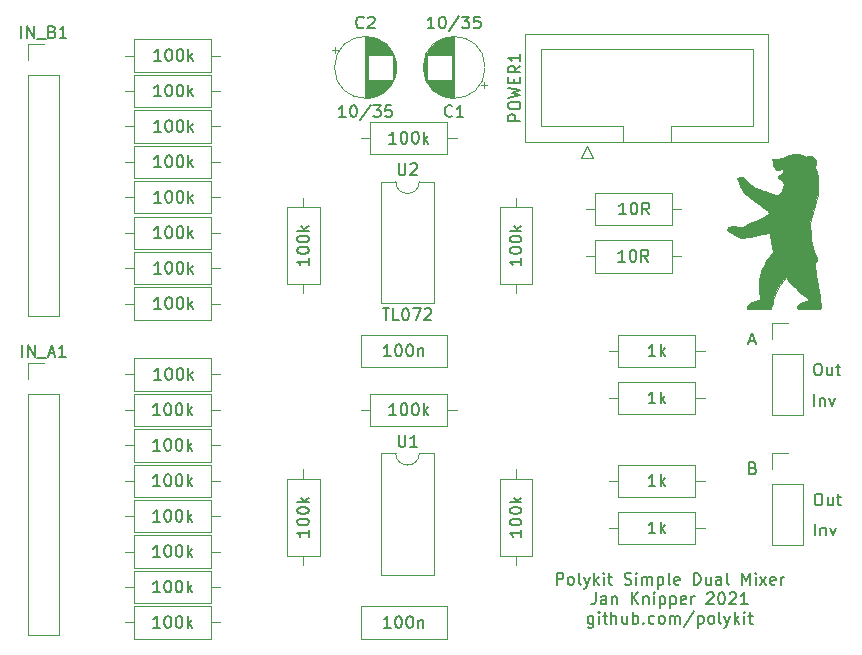
<source format=gbr>
%TF.GenerationSoftware,KiCad,Pcbnew,5.1.8-db9833491~88~ubuntu16.04.1*%
%TF.CreationDate,2021-01-19T23:32:47+01:00*%
%TF.ProjectId,dual-mixer,6475616c-2d6d-4697-9865-722e6b696361,rev?*%
%TF.SameCoordinates,Original*%
%TF.FileFunction,Legend,Top*%
%TF.FilePolarity,Positive*%
%FSLAX46Y46*%
G04 Gerber Fmt 4.6, Leading zero omitted, Abs format (unit mm)*
G04 Created by KiCad (PCBNEW 5.1.8-db9833491~88~ubuntu16.04.1) date 2021-01-19 23:32:47*
%MOMM*%
%LPD*%
G01*
G04 APERTURE LIST*
%ADD10C,0.150000*%
%ADD11C,0.010000*%
%ADD12C,0.120000*%
G04 APERTURE END LIST*
D10*
X152071428Y-93928571D02*
X152214285Y-93976190D01*
X152261904Y-94023809D01*
X152309523Y-94119047D01*
X152309523Y-94261904D01*
X152261904Y-94357142D01*
X152214285Y-94404761D01*
X152119047Y-94452380D01*
X151738095Y-94452380D01*
X151738095Y-93452380D01*
X152071428Y-93452380D01*
X152166666Y-93500000D01*
X152214285Y-93547619D01*
X152261904Y-93642857D01*
X152261904Y-93738095D01*
X152214285Y-93833333D01*
X152166666Y-93880952D01*
X152071428Y-93928571D01*
X151738095Y-93928571D01*
X151761904Y-83166666D02*
X152238095Y-83166666D01*
X151666666Y-83452380D02*
X152000000Y-82452380D01*
X152333333Y-83452380D01*
X157464679Y-85072671D02*
X157655155Y-85072671D01*
X157750393Y-85120291D01*
X157845632Y-85215529D01*
X157893251Y-85406005D01*
X157893251Y-85739338D01*
X157845632Y-85929814D01*
X157750393Y-86025052D01*
X157655155Y-86072671D01*
X157464679Y-86072671D01*
X157369441Y-86025052D01*
X157274203Y-85929814D01*
X157226584Y-85739338D01*
X157226584Y-85406005D01*
X157274203Y-85215529D01*
X157369441Y-85120291D01*
X157464679Y-85072671D01*
X158750393Y-85406005D02*
X158750393Y-86072671D01*
X158321822Y-85406005D02*
X158321822Y-85929814D01*
X158369441Y-86025052D01*
X158464679Y-86072671D01*
X158607536Y-86072671D01*
X158702774Y-86025052D01*
X158750393Y-85977433D01*
X159083727Y-85406005D02*
X159464679Y-85406005D01*
X159226584Y-85072671D02*
X159226584Y-85929814D01*
X159274203Y-86025052D01*
X159369441Y-86072671D01*
X159464679Y-86072671D01*
X157512082Y-96083550D02*
X157702558Y-96083550D01*
X157797796Y-96131170D01*
X157893035Y-96226408D01*
X157940654Y-96416884D01*
X157940654Y-96750217D01*
X157893035Y-96940693D01*
X157797796Y-97035931D01*
X157702558Y-97083550D01*
X157512082Y-97083550D01*
X157416844Y-97035931D01*
X157321606Y-96940693D01*
X157273987Y-96750217D01*
X157273987Y-96416884D01*
X157321606Y-96226408D01*
X157416844Y-96131170D01*
X157512082Y-96083550D01*
X158797796Y-96416884D02*
X158797796Y-97083550D01*
X158369225Y-96416884D02*
X158369225Y-96940693D01*
X158416844Y-97035931D01*
X158512082Y-97083550D01*
X158654939Y-97083550D01*
X158750177Y-97035931D01*
X158797796Y-96988312D01*
X159131130Y-96416884D02*
X159512082Y-96416884D01*
X159273987Y-96083550D02*
X159273987Y-96940693D01*
X159321606Y-97035931D01*
X159416844Y-97083550D01*
X159512082Y-97083550D01*
X157292719Y-99630190D02*
X157292719Y-98630190D01*
X157768910Y-98963524D02*
X157768910Y-99630190D01*
X157768910Y-99058762D02*
X157816529Y-99011143D01*
X157911767Y-98963524D01*
X158054624Y-98963524D01*
X158149862Y-99011143D01*
X158197481Y-99106381D01*
X158197481Y-99630190D01*
X158578433Y-98963524D02*
X158816529Y-99630190D01*
X159054624Y-98963524D01*
X157228473Y-88676356D02*
X157228473Y-87676356D01*
X157704664Y-88009690D02*
X157704664Y-88676356D01*
X157704664Y-88104928D02*
X157752283Y-88057309D01*
X157847521Y-88009690D01*
X157990378Y-88009690D01*
X158085616Y-88057309D01*
X158133235Y-88152547D01*
X158133235Y-88676356D01*
X158514187Y-88009690D02*
X158752283Y-88676356D01*
X158990378Y-88009690D01*
X135428571Y-103802380D02*
X135428571Y-102802380D01*
X135809523Y-102802380D01*
X135904761Y-102850000D01*
X135952380Y-102897619D01*
X136000000Y-102992857D01*
X136000000Y-103135714D01*
X135952380Y-103230952D01*
X135904761Y-103278571D01*
X135809523Y-103326190D01*
X135428571Y-103326190D01*
X136571428Y-103802380D02*
X136476190Y-103754761D01*
X136428571Y-103707142D01*
X136380952Y-103611904D01*
X136380952Y-103326190D01*
X136428571Y-103230952D01*
X136476190Y-103183333D01*
X136571428Y-103135714D01*
X136714285Y-103135714D01*
X136809523Y-103183333D01*
X136857142Y-103230952D01*
X136904761Y-103326190D01*
X136904761Y-103611904D01*
X136857142Y-103707142D01*
X136809523Y-103754761D01*
X136714285Y-103802380D01*
X136571428Y-103802380D01*
X137476190Y-103802380D02*
X137380952Y-103754761D01*
X137333333Y-103659523D01*
X137333333Y-102802380D01*
X137761904Y-103135714D02*
X138000000Y-103802380D01*
X138238095Y-103135714D02*
X138000000Y-103802380D01*
X137904761Y-104040476D01*
X137857142Y-104088095D01*
X137761904Y-104135714D01*
X138619047Y-103802380D02*
X138619047Y-102802380D01*
X138714285Y-103421428D02*
X139000000Y-103802380D01*
X139000000Y-103135714D02*
X138619047Y-103516666D01*
X139428571Y-103802380D02*
X139428571Y-103135714D01*
X139428571Y-102802380D02*
X139380952Y-102850000D01*
X139428571Y-102897619D01*
X139476190Y-102850000D01*
X139428571Y-102802380D01*
X139428571Y-102897619D01*
X139761904Y-103135714D02*
X140142857Y-103135714D01*
X139904761Y-102802380D02*
X139904761Y-103659523D01*
X139952380Y-103754761D01*
X140047619Y-103802380D01*
X140142857Y-103802380D01*
X141190476Y-103754761D02*
X141333333Y-103802380D01*
X141571428Y-103802380D01*
X141666666Y-103754761D01*
X141714285Y-103707142D01*
X141761904Y-103611904D01*
X141761904Y-103516666D01*
X141714285Y-103421428D01*
X141666666Y-103373809D01*
X141571428Y-103326190D01*
X141380952Y-103278571D01*
X141285714Y-103230952D01*
X141238095Y-103183333D01*
X141190476Y-103088095D01*
X141190476Y-102992857D01*
X141238095Y-102897619D01*
X141285714Y-102850000D01*
X141380952Y-102802380D01*
X141619047Y-102802380D01*
X141761904Y-102850000D01*
X142190476Y-103802380D02*
X142190476Y-103135714D01*
X142190476Y-102802380D02*
X142142857Y-102850000D01*
X142190476Y-102897619D01*
X142238095Y-102850000D01*
X142190476Y-102802380D01*
X142190476Y-102897619D01*
X142666666Y-103802380D02*
X142666666Y-103135714D01*
X142666666Y-103230952D02*
X142714285Y-103183333D01*
X142809523Y-103135714D01*
X142952380Y-103135714D01*
X143047619Y-103183333D01*
X143095238Y-103278571D01*
X143095238Y-103802380D01*
X143095238Y-103278571D02*
X143142857Y-103183333D01*
X143238095Y-103135714D01*
X143380952Y-103135714D01*
X143476190Y-103183333D01*
X143523809Y-103278571D01*
X143523809Y-103802380D01*
X144000000Y-103135714D02*
X144000000Y-104135714D01*
X144000000Y-103183333D02*
X144095238Y-103135714D01*
X144285714Y-103135714D01*
X144380952Y-103183333D01*
X144428571Y-103230952D01*
X144476190Y-103326190D01*
X144476190Y-103611904D01*
X144428571Y-103707142D01*
X144380952Y-103754761D01*
X144285714Y-103802380D01*
X144095238Y-103802380D01*
X144000000Y-103754761D01*
X145047619Y-103802380D02*
X144952380Y-103754761D01*
X144904761Y-103659523D01*
X144904761Y-102802380D01*
X145809523Y-103754761D02*
X145714285Y-103802380D01*
X145523809Y-103802380D01*
X145428571Y-103754761D01*
X145380952Y-103659523D01*
X145380952Y-103278571D01*
X145428571Y-103183333D01*
X145523809Y-103135714D01*
X145714285Y-103135714D01*
X145809523Y-103183333D01*
X145857142Y-103278571D01*
X145857142Y-103373809D01*
X145380952Y-103469047D01*
X147047619Y-103802380D02*
X147047619Y-102802380D01*
X147285714Y-102802380D01*
X147428571Y-102850000D01*
X147523809Y-102945238D01*
X147571428Y-103040476D01*
X147619047Y-103230952D01*
X147619047Y-103373809D01*
X147571428Y-103564285D01*
X147523809Y-103659523D01*
X147428571Y-103754761D01*
X147285714Y-103802380D01*
X147047619Y-103802380D01*
X148476190Y-103135714D02*
X148476190Y-103802380D01*
X148047619Y-103135714D02*
X148047619Y-103659523D01*
X148095238Y-103754761D01*
X148190476Y-103802380D01*
X148333333Y-103802380D01*
X148428571Y-103754761D01*
X148476190Y-103707142D01*
X149380952Y-103802380D02*
X149380952Y-103278571D01*
X149333333Y-103183333D01*
X149238095Y-103135714D01*
X149047619Y-103135714D01*
X148952380Y-103183333D01*
X149380952Y-103754761D02*
X149285714Y-103802380D01*
X149047619Y-103802380D01*
X148952380Y-103754761D01*
X148904761Y-103659523D01*
X148904761Y-103564285D01*
X148952380Y-103469047D01*
X149047619Y-103421428D01*
X149285714Y-103421428D01*
X149380952Y-103373809D01*
X150000000Y-103802380D02*
X149904761Y-103754761D01*
X149857142Y-103659523D01*
X149857142Y-102802380D01*
X151142857Y-103802380D02*
X151142857Y-102802380D01*
X151476190Y-103516666D01*
X151809523Y-102802380D01*
X151809523Y-103802380D01*
X152285714Y-103802380D02*
X152285714Y-103135714D01*
X152285714Y-102802380D02*
X152238095Y-102850000D01*
X152285714Y-102897619D01*
X152333333Y-102850000D01*
X152285714Y-102802380D01*
X152285714Y-102897619D01*
X152666666Y-103802380D02*
X153190476Y-103135714D01*
X152666666Y-103135714D02*
X153190476Y-103802380D01*
X153952380Y-103754761D02*
X153857142Y-103802380D01*
X153666666Y-103802380D01*
X153571428Y-103754761D01*
X153523809Y-103659523D01*
X153523809Y-103278571D01*
X153571428Y-103183333D01*
X153666666Y-103135714D01*
X153857142Y-103135714D01*
X153952380Y-103183333D01*
X154000000Y-103278571D01*
X154000000Y-103373809D01*
X153523809Y-103469047D01*
X154428571Y-103802380D02*
X154428571Y-103135714D01*
X154428571Y-103326190D02*
X154476190Y-103230952D01*
X154523809Y-103183333D01*
X154619047Y-103135714D01*
X154714285Y-103135714D01*
X138738095Y-104452380D02*
X138738095Y-105166666D01*
X138690476Y-105309523D01*
X138595238Y-105404761D01*
X138452380Y-105452380D01*
X138357142Y-105452380D01*
X139642857Y-105452380D02*
X139642857Y-104928571D01*
X139595238Y-104833333D01*
X139500000Y-104785714D01*
X139309523Y-104785714D01*
X139214285Y-104833333D01*
X139642857Y-105404761D02*
X139547619Y-105452380D01*
X139309523Y-105452380D01*
X139214285Y-105404761D01*
X139166666Y-105309523D01*
X139166666Y-105214285D01*
X139214285Y-105119047D01*
X139309523Y-105071428D01*
X139547619Y-105071428D01*
X139642857Y-105023809D01*
X140119047Y-104785714D02*
X140119047Y-105452380D01*
X140119047Y-104880952D02*
X140166666Y-104833333D01*
X140261904Y-104785714D01*
X140404761Y-104785714D01*
X140500000Y-104833333D01*
X140547619Y-104928571D01*
X140547619Y-105452380D01*
X141785714Y-105452380D02*
X141785714Y-104452380D01*
X142357142Y-105452380D02*
X141928571Y-104880952D01*
X142357142Y-104452380D02*
X141785714Y-105023809D01*
X142785714Y-104785714D02*
X142785714Y-105452380D01*
X142785714Y-104880952D02*
X142833333Y-104833333D01*
X142928571Y-104785714D01*
X143071428Y-104785714D01*
X143166666Y-104833333D01*
X143214285Y-104928571D01*
X143214285Y-105452380D01*
X143690476Y-105452380D02*
X143690476Y-104785714D01*
X143690476Y-104452380D02*
X143642857Y-104500000D01*
X143690476Y-104547619D01*
X143738095Y-104500000D01*
X143690476Y-104452380D01*
X143690476Y-104547619D01*
X144166666Y-104785714D02*
X144166666Y-105785714D01*
X144166666Y-104833333D02*
X144261904Y-104785714D01*
X144452380Y-104785714D01*
X144547619Y-104833333D01*
X144595238Y-104880952D01*
X144642857Y-104976190D01*
X144642857Y-105261904D01*
X144595238Y-105357142D01*
X144547619Y-105404761D01*
X144452380Y-105452380D01*
X144261904Y-105452380D01*
X144166666Y-105404761D01*
X145071428Y-104785714D02*
X145071428Y-105785714D01*
X145071428Y-104833333D02*
X145166666Y-104785714D01*
X145357142Y-104785714D01*
X145452380Y-104833333D01*
X145500000Y-104880952D01*
X145547619Y-104976190D01*
X145547619Y-105261904D01*
X145500000Y-105357142D01*
X145452380Y-105404761D01*
X145357142Y-105452380D01*
X145166666Y-105452380D01*
X145071428Y-105404761D01*
X146357142Y-105404761D02*
X146261904Y-105452380D01*
X146071428Y-105452380D01*
X145976190Y-105404761D01*
X145928571Y-105309523D01*
X145928571Y-104928571D01*
X145976190Y-104833333D01*
X146071428Y-104785714D01*
X146261904Y-104785714D01*
X146357142Y-104833333D01*
X146404761Y-104928571D01*
X146404761Y-105023809D01*
X145928571Y-105119047D01*
X146833333Y-105452380D02*
X146833333Y-104785714D01*
X146833333Y-104976190D02*
X146880952Y-104880952D01*
X146928571Y-104833333D01*
X147023809Y-104785714D01*
X147119047Y-104785714D01*
X148166666Y-104547619D02*
X148214285Y-104500000D01*
X148309523Y-104452380D01*
X148547619Y-104452380D01*
X148642857Y-104500000D01*
X148690476Y-104547619D01*
X148738095Y-104642857D01*
X148738095Y-104738095D01*
X148690476Y-104880952D01*
X148119047Y-105452380D01*
X148738095Y-105452380D01*
X149357142Y-104452380D02*
X149452380Y-104452380D01*
X149547619Y-104500000D01*
X149595238Y-104547619D01*
X149642857Y-104642857D01*
X149690476Y-104833333D01*
X149690476Y-105071428D01*
X149642857Y-105261904D01*
X149595238Y-105357142D01*
X149547619Y-105404761D01*
X149452380Y-105452380D01*
X149357142Y-105452380D01*
X149261904Y-105404761D01*
X149214285Y-105357142D01*
X149166666Y-105261904D01*
X149119047Y-105071428D01*
X149119047Y-104833333D01*
X149166666Y-104642857D01*
X149214285Y-104547619D01*
X149261904Y-104500000D01*
X149357142Y-104452380D01*
X150071428Y-104547619D02*
X150119047Y-104500000D01*
X150214285Y-104452380D01*
X150452380Y-104452380D01*
X150547619Y-104500000D01*
X150595238Y-104547619D01*
X150642857Y-104642857D01*
X150642857Y-104738095D01*
X150595238Y-104880952D01*
X150023809Y-105452380D01*
X150642857Y-105452380D01*
X151595238Y-105452380D02*
X151023809Y-105452380D01*
X151309523Y-105452380D02*
X151309523Y-104452380D01*
X151214285Y-104595238D01*
X151119047Y-104690476D01*
X151023809Y-104738095D01*
X138547619Y-106435714D02*
X138547619Y-107245238D01*
X138500000Y-107340476D01*
X138452380Y-107388095D01*
X138357142Y-107435714D01*
X138214285Y-107435714D01*
X138119047Y-107388095D01*
X138547619Y-107054761D02*
X138452380Y-107102380D01*
X138261904Y-107102380D01*
X138166666Y-107054761D01*
X138119047Y-107007142D01*
X138071428Y-106911904D01*
X138071428Y-106626190D01*
X138119047Y-106530952D01*
X138166666Y-106483333D01*
X138261904Y-106435714D01*
X138452380Y-106435714D01*
X138547619Y-106483333D01*
X139023809Y-107102380D02*
X139023809Y-106435714D01*
X139023809Y-106102380D02*
X138976190Y-106150000D01*
X139023809Y-106197619D01*
X139071428Y-106150000D01*
X139023809Y-106102380D01*
X139023809Y-106197619D01*
X139357142Y-106435714D02*
X139738095Y-106435714D01*
X139500000Y-106102380D02*
X139500000Y-106959523D01*
X139547619Y-107054761D01*
X139642857Y-107102380D01*
X139738095Y-107102380D01*
X140071428Y-107102380D02*
X140071428Y-106102380D01*
X140500000Y-107102380D02*
X140500000Y-106578571D01*
X140452380Y-106483333D01*
X140357142Y-106435714D01*
X140214285Y-106435714D01*
X140119047Y-106483333D01*
X140071428Y-106530952D01*
X141404761Y-106435714D02*
X141404761Y-107102380D01*
X140976190Y-106435714D02*
X140976190Y-106959523D01*
X141023809Y-107054761D01*
X141119047Y-107102380D01*
X141261904Y-107102380D01*
X141357142Y-107054761D01*
X141404761Y-107007142D01*
X141880952Y-107102380D02*
X141880952Y-106102380D01*
X141880952Y-106483333D02*
X141976190Y-106435714D01*
X142166666Y-106435714D01*
X142261904Y-106483333D01*
X142309523Y-106530952D01*
X142357142Y-106626190D01*
X142357142Y-106911904D01*
X142309523Y-107007142D01*
X142261904Y-107054761D01*
X142166666Y-107102380D01*
X141976190Y-107102380D01*
X141880952Y-107054761D01*
X142785714Y-107007142D02*
X142833333Y-107054761D01*
X142785714Y-107102380D01*
X142738095Y-107054761D01*
X142785714Y-107007142D01*
X142785714Y-107102380D01*
X143690476Y-107054761D02*
X143595238Y-107102380D01*
X143404761Y-107102380D01*
X143309523Y-107054761D01*
X143261904Y-107007142D01*
X143214285Y-106911904D01*
X143214285Y-106626190D01*
X143261904Y-106530952D01*
X143309523Y-106483333D01*
X143404761Y-106435714D01*
X143595238Y-106435714D01*
X143690476Y-106483333D01*
X144261904Y-107102380D02*
X144166666Y-107054761D01*
X144119047Y-107007142D01*
X144071428Y-106911904D01*
X144071428Y-106626190D01*
X144119047Y-106530952D01*
X144166666Y-106483333D01*
X144261904Y-106435714D01*
X144404761Y-106435714D01*
X144500000Y-106483333D01*
X144547619Y-106530952D01*
X144595238Y-106626190D01*
X144595238Y-106911904D01*
X144547619Y-107007142D01*
X144500000Y-107054761D01*
X144404761Y-107102380D01*
X144261904Y-107102380D01*
X145023809Y-107102380D02*
X145023809Y-106435714D01*
X145023809Y-106530952D02*
X145071428Y-106483333D01*
X145166666Y-106435714D01*
X145309523Y-106435714D01*
X145404761Y-106483333D01*
X145452380Y-106578571D01*
X145452380Y-107102380D01*
X145452380Y-106578571D02*
X145500000Y-106483333D01*
X145595238Y-106435714D01*
X145738095Y-106435714D01*
X145833333Y-106483333D01*
X145880952Y-106578571D01*
X145880952Y-107102380D01*
X147071428Y-106054761D02*
X146214285Y-107340476D01*
X147404761Y-106435714D02*
X147404761Y-107435714D01*
X147404761Y-106483333D02*
X147500000Y-106435714D01*
X147690476Y-106435714D01*
X147785714Y-106483333D01*
X147833333Y-106530952D01*
X147880952Y-106626190D01*
X147880952Y-106911904D01*
X147833333Y-107007142D01*
X147785714Y-107054761D01*
X147690476Y-107102380D01*
X147500000Y-107102380D01*
X147404761Y-107054761D01*
X148452380Y-107102380D02*
X148357142Y-107054761D01*
X148309523Y-107007142D01*
X148261904Y-106911904D01*
X148261904Y-106626190D01*
X148309523Y-106530952D01*
X148357142Y-106483333D01*
X148452380Y-106435714D01*
X148595238Y-106435714D01*
X148690476Y-106483333D01*
X148738095Y-106530952D01*
X148785714Y-106626190D01*
X148785714Y-106911904D01*
X148738095Y-107007142D01*
X148690476Y-107054761D01*
X148595238Y-107102380D01*
X148452380Y-107102380D01*
X149357142Y-107102380D02*
X149261904Y-107054761D01*
X149214285Y-106959523D01*
X149214285Y-106102380D01*
X149642857Y-106435714D02*
X149880952Y-107102380D01*
X150119047Y-106435714D02*
X149880952Y-107102380D01*
X149785714Y-107340476D01*
X149738095Y-107388095D01*
X149642857Y-107435714D01*
X150500000Y-107102380D02*
X150500000Y-106102380D01*
X150595238Y-106721428D02*
X150880952Y-107102380D01*
X150880952Y-106435714D02*
X150500000Y-106816666D01*
X151309523Y-107102380D02*
X151309523Y-106435714D01*
X151309523Y-106102380D02*
X151261904Y-106150000D01*
X151309523Y-106197619D01*
X151357142Y-106150000D01*
X151309523Y-106102380D01*
X151309523Y-106197619D01*
X151642857Y-106435714D02*
X152023809Y-106435714D01*
X151785714Y-106102380D02*
X151785714Y-106959523D01*
X151833333Y-107054761D01*
X151928571Y-107102380D01*
X152023809Y-107102380D01*
D11*
%TO.C,G\u002A\u002A\u002A*%
G36*
X156235287Y-67414797D02*
G01*
X156393556Y-67477035D01*
X156573386Y-67547263D01*
X156730150Y-67534098D01*
X156764541Y-67522128D01*
X156979765Y-67498189D01*
X157172081Y-67575652D01*
X157317726Y-67728921D01*
X157392936Y-67932401D01*
X157373949Y-68160496D01*
X157369519Y-68173763D01*
X157338292Y-68307606D01*
X157346405Y-68454113D01*
X157398833Y-68654500D01*
X157443839Y-68789570D01*
X157506867Y-68992468D01*
X157548753Y-69190666D01*
X157573445Y-69418377D01*
X157584893Y-69709811D01*
X157587161Y-70031250D01*
X157585244Y-70375995D01*
X157575528Y-70634252D01*
X157551203Y-70846529D01*
X157505460Y-71053334D01*
X157431491Y-71295174D01*
X157322486Y-71612559D01*
X157320323Y-71618750D01*
X157209585Y-71950960D01*
X157109139Y-72279939D01*
X157030575Y-72566035D01*
X156987537Y-72757537D01*
X156925115Y-73349716D01*
X156930580Y-73991214D01*
X156999350Y-74642512D01*
X157126841Y-75264094D01*
X157308471Y-75816443D01*
X157354726Y-75923615D01*
X157453232Y-76144802D01*
X157503007Y-76282012D01*
X157508111Y-76366772D01*
X157472602Y-76430615D01*
X157426259Y-76479240D01*
X157333125Y-76598338D01*
X157300246Y-76682875D01*
X157309076Y-76764272D01*
X157334878Y-76954284D01*
X157375195Y-77236018D01*
X157427572Y-77592584D01*
X157489552Y-78007091D01*
X157558679Y-78462648D01*
X157566101Y-78511186D01*
X157634532Y-78971651D01*
X157693518Y-79394512D01*
X157740961Y-79762535D01*
X157774766Y-80058487D01*
X157792834Y-80265133D01*
X157793069Y-80365241D01*
X157792097Y-80368561D01*
X157763426Y-80410097D01*
X157701790Y-80439582D01*
X157588233Y-80459014D01*
X157403799Y-80470395D01*
X157129532Y-80475722D01*
X156764242Y-80477000D01*
X156389382Y-80475909D01*
X156123181Y-80471240D01*
X155947309Y-80460894D01*
X155843434Y-80442773D01*
X155793225Y-80414780D01*
X155778350Y-80374815D01*
X155778000Y-80364129D01*
X155838945Y-80150528D01*
X156016656Y-79968282D01*
X156303445Y-79823439D01*
X156560355Y-79748593D01*
X156866461Y-79678781D01*
X156523670Y-79442692D01*
X156281219Y-79257396D01*
X155988216Y-79006025D01*
X155676877Y-78718830D01*
X155379421Y-78426057D01*
X155128066Y-78157955D01*
X155021367Y-78032250D01*
X154817031Y-77778250D01*
X154564908Y-78064000D01*
X154312586Y-78407790D01*
X154079042Y-78832210D01*
X153886981Y-79290951D01*
X153771000Y-79683250D01*
X153713101Y-79930034D01*
X153659748Y-80147391D01*
X153622978Y-80286500D01*
X153576800Y-80445250D01*
X152550150Y-80462697D01*
X152113724Y-80466401D01*
X151800105Y-80460420D01*
X151605453Y-80444564D01*
X151525931Y-80418644D01*
X151523500Y-80411919D01*
X151581952Y-80209832D01*
X151738072Y-80018030D01*
X151963001Y-79857778D01*
X152227882Y-79750344D01*
X152467332Y-79716394D01*
X152610431Y-79706790D01*
X152659178Y-79655001D01*
X152646167Y-79522622D01*
X152643655Y-79508625D01*
X152571098Y-78937412D01*
X152557057Y-78378901D01*
X152601835Y-77875603D01*
X152630885Y-77722939D01*
X152761553Y-77280734D01*
X152952946Y-76820645D01*
X153183450Y-76387055D01*
X153431451Y-76024346D01*
X153495175Y-75948213D01*
X153754819Y-75653242D01*
X153656865Y-75159996D01*
X153601994Y-74866687D01*
X153551786Y-74569234D01*
X153516989Y-74331373D01*
X153516654Y-74328699D01*
X153488529Y-74134645D01*
X153454501Y-74039513D01*
X153395352Y-74015927D01*
X153308574Y-74032283D01*
X153085114Y-74084342D01*
X152794072Y-74146398D01*
X152462342Y-74213371D01*
X152116815Y-74280183D01*
X151784384Y-74341757D01*
X151491943Y-74393015D01*
X151266383Y-74428877D01*
X151134598Y-74444267D01*
X151125536Y-74444500D01*
X151004087Y-74412967D01*
X150808889Y-74329885D01*
X150571771Y-74212526D01*
X150324561Y-74078165D01*
X150099089Y-73944073D01*
X149927184Y-73827524D01*
X149841921Y-73747895D01*
X149863469Y-73676521D01*
X149960692Y-73572696D01*
X149983019Y-73554392D01*
X150079870Y-73488246D01*
X150182723Y-73452202D01*
X150319584Y-73445565D01*
X150518461Y-73467644D01*
X150807362Y-73517748D01*
X150884000Y-73532126D01*
X150970929Y-73539707D01*
X151074423Y-73526249D01*
X151211255Y-73485176D01*
X151398201Y-73409914D01*
X151652033Y-73293888D01*
X151989525Y-73130524D01*
X152296875Y-72978337D01*
X152652120Y-72799691D01*
X152965353Y-72638707D01*
X153219903Y-72504242D01*
X153399098Y-72405150D01*
X153486265Y-72350288D01*
X153492000Y-72343525D01*
X153443646Y-72295221D01*
X153308249Y-72182162D01*
X153100308Y-72015873D01*
X152834320Y-71807878D01*
X152524783Y-71569701D01*
X152376003Y-71456396D01*
X151260006Y-70609164D01*
X150979003Y-70031528D01*
X150860365Y-69780464D01*
X150766495Y-69568128D01*
X150709514Y-69422736D01*
X150698000Y-69377446D01*
X150758025Y-69325939D01*
X150928836Y-69302187D01*
X150992722Y-69301000D01*
X151194819Y-69315277D01*
X151333334Y-69376037D01*
X151467722Y-69507375D01*
X151634155Y-69697107D01*
X151804299Y-69889940D01*
X151823875Y-69912026D01*
X151917503Y-69997632D01*
X152055299Y-70085510D01*
X152254840Y-70184036D01*
X152533699Y-70301584D01*
X152909452Y-70446528D01*
X153075027Y-70508212D01*
X154150304Y-70906121D01*
X154300885Y-70722685D01*
X154484927Y-70462335D01*
X154617964Y-70202040D01*
X154683899Y-69976758D01*
X154686377Y-69885501D01*
X154614163Y-69724566D01*
X154428453Y-69558533D01*
X154396875Y-69536879D01*
X154205563Y-69385384D01*
X154135987Y-69268256D01*
X154187877Y-69184594D01*
X154281309Y-69149038D01*
X154488415Y-69048363D01*
X154611904Y-68885773D01*
X154635000Y-68766497D01*
X154616720Y-68668640D01*
X154537265Y-68633818D01*
X154421230Y-68635044D01*
X154251408Y-68657318D01*
X154134197Y-68693381D01*
X154131255Y-68695120D01*
X154034681Y-68684882D01*
X153910940Y-68558971D01*
X153815801Y-68412000D01*
X153770755Y-68290765D01*
X153726811Y-68107032D01*
X153716980Y-68052426D01*
X153673212Y-67788103D01*
X154106481Y-67744400D01*
X154480498Y-67676138D01*
X154831166Y-67558828D01*
X154889000Y-67532474D01*
X155204052Y-67423445D01*
X155562075Y-67366435D01*
X155920132Y-67363025D01*
X156235287Y-67414797D01*
G37*
X156235287Y-67414797D02*
X156393556Y-67477035D01*
X156573386Y-67547263D01*
X156730150Y-67534098D01*
X156764541Y-67522128D01*
X156979765Y-67498189D01*
X157172081Y-67575652D01*
X157317726Y-67728921D01*
X157392936Y-67932401D01*
X157373949Y-68160496D01*
X157369519Y-68173763D01*
X157338292Y-68307606D01*
X157346405Y-68454113D01*
X157398833Y-68654500D01*
X157443839Y-68789570D01*
X157506867Y-68992468D01*
X157548753Y-69190666D01*
X157573445Y-69418377D01*
X157584893Y-69709811D01*
X157587161Y-70031250D01*
X157585244Y-70375995D01*
X157575528Y-70634252D01*
X157551203Y-70846529D01*
X157505460Y-71053334D01*
X157431491Y-71295174D01*
X157322486Y-71612559D01*
X157320323Y-71618750D01*
X157209585Y-71950960D01*
X157109139Y-72279939D01*
X157030575Y-72566035D01*
X156987537Y-72757537D01*
X156925115Y-73349716D01*
X156930580Y-73991214D01*
X156999350Y-74642512D01*
X157126841Y-75264094D01*
X157308471Y-75816443D01*
X157354726Y-75923615D01*
X157453232Y-76144802D01*
X157503007Y-76282012D01*
X157508111Y-76366772D01*
X157472602Y-76430615D01*
X157426259Y-76479240D01*
X157333125Y-76598338D01*
X157300246Y-76682875D01*
X157309076Y-76764272D01*
X157334878Y-76954284D01*
X157375195Y-77236018D01*
X157427572Y-77592584D01*
X157489552Y-78007091D01*
X157558679Y-78462648D01*
X157566101Y-78511186D01*
X157634532Y-78971651D01*
X157693518Y-79394512D01*
X157740961Y-79762535D01*
X157774766Y-80058487D01*
X157792834Y-80265133D01*
X157793069Y-80365241D01*
X157792097Y-80368561D01*
X157763426Y-80410097D01*
X157701790Y-80439582D01*
X157588233Y-80459014D01*
X157403799Y-80470395D01*
X157129532Y-80475722D01*
X156764242Y-80477000D01*
X156389382Y-80475909D01*
X156123181Y-80471240D01*
X155947309Y-80460894D01*
X155843434Y-80442773D01*
X155793225Y-80414780D01*
X155778350Y-80374815D01*
X155778000Y-80364129D01*
X155838945Y-80150528D01*
X156016656Y-79968282D01*
X156303445Y-79823439D01*
X156560355Y-79748593D01*
X156866461Y-79678781D01*
X156523670Y-79442692D01*
X156281219Y-79257396D01*
X155988216Y-79006025D01*
X155676877Y-78718830D01*
X155379421Y-78426057D01*
X155128066Y-78157955D01*
X155021367Y-78032250D01*
X154817031Y-77778250D01*
X154564908Y-78064000D01*
X154312586Y-78407790D01*
X154079042Y-78832210D01*
X153886981Y-79290951D01*
X153771000Y-79683250D01*
X153713101Y-79930034D01*
X153659748Y-80147391D01*
X153622978Y-80286500D01*
X153576800Y-80445250D01*
X152550150Y-80462697D01*
X152113724Y-80466401D01*
X151800105Y-80460420D01*
X151605453Y-80444564D01*
X151525931Y-80418644D01*
X151523500Y-80411919D01*
X151581952Y-80209832D01*
X151738072Y-80018030D01*
X151963001Y-79857778D01*
X152227882Y-79750344D01*
X152467332Y-79716394D01*
X152610431Y-79706790D01*
X152659178Y-79655001D01*
X152646167Y-79522622D01*
X152643655Y-79508625D01*
X152571098Y-78937412D01*
X152557057Y-78378901D01*
X152601835Y-77875603D01*
X152630885Y-77722939D01*
X152761553Y-77280734D01*
X152952946Y-76820645D01*
X153183450Y-76387055D01*
X153431451Y-76024346D01*
X153495175Y-75948213D01*
X153754819Y-75653242D01*
X153656865Y-75159996D01*
X153601994Y-74866687D01*
X153551786Y-74569234D01*
X153516989Y-74331373D01*
X153516654Y-74328699D01*
X153488529Y-74134645D01*
X153454501Y-74039513D01*
X153395352Y-74015927D01*
X153308574Y-74032283D01*
X153085114Y-74084342D01*
X152794072Y-74146398D01*
X152462342Y-74213371D01*
X152116815Y-74280183D01*
X151784384Y-74341757D01*
X151491943Y-74393015D01*
X151266383Y-74428877D01*
X151134598Y-74444267D01*
X151125536Y-74444500D01*
X151004087Y-74412967D01*
X150808889Y-74329885D01*
X150571771Y-74212526D01*
X150324561Y-74078165D01*
X150099089Y-73944073D01*
X149927184Y-73827524D01*
X149841921Y-73747895D01*
X149863469Y-73676521D01*
X149960692Y-73572696D01*
X149983019Y-73554392D01*
X150079870Y-73488246D01*
X150182723Y-73452202D01*
X150319584Y-73445565D01*
X150518461Y-73467644D01*
X150807362Y-73517748D01*
X150884000Y-73532126D01*
X150970929Y-73539707D01*
X151074423Y-73526249D01*
X151211255Y-73485176D01*
X151398201Y-73409914D01*
X151652033Y-73293888D01*
X151989525Y-73130524D01*
X152296875Y-72978337D01*
X152652120Y-72799691D01*
X152965353Y-72638707D01*
X153219903Y-72504242D01*
X153399098Y-72405150D01*
X153486265Y-72350288D01*
X153492000Y-72343525D01*
X153443646Y-72295221D01*
X153308249Y-72182162D01*
X153100308Y-72015873D01*
X152834320Y-71807878D01*
X152524783Y-71569701D01*
X152376003Y-71456396D01*
X151260006Y-70609164D01*
X150979003Y-70031528D01*
X150860365Y-69780464D01*
X150766495Y-69568128D01*
X150709514Y-69422736D01*
X150698000Y-69377446D01*
X150758025Y-69325939D01*
X150928836Y-69302187D01*
X150992722Y-69301000D01*
X151194819Y-69315277D01*
X151333334Y-69376037D01*
X151467722Y-69507375D01*
X151634155Y-69697107D01*
X151804299Y-69889940D01*
X151823875Y-69912026D01*
X151917503Y-69997632D01*
X152055299Y-70085510D01*
X152254840Y-70184036D01*
X152533699Y-70301584D01*
X152909452Y-70446528D01*
X153075027Y-70508212D01*
X154150304Y-70906121D01*
X154300885Y-70722685D01*
X154484927Y-70462335D01*
X154617964Y-70202040D01*
X154683899Y-69976758D01*
X154686377Y-69885501D01*
X154614163Y-69724566D01*
X154428453Y-69558533D01*
X154396875Y-69536879D01*
X154205563Y-69385384D01*
X154135987Y-69268256D01*
X154187877Y-69184594D01*
X154281309Y-69149038D01*
X154488415Y-69048363D01*
X154611904Y-68885773D01*
X154635000Y-68766497D01*
X154616720Y-68668640D01*
X154537265Y-68633818D01*
X154421230Y-68635044D01*
X154251408Y-68657318D01*
X154134197Y-68693381D01*
X154131255Y-68695120D01*
X154034681Y-68684882D01*
X153910940Y-68558971D01*
X153815801Y-68412000D01*
X153770755Y-68290765D01*
X153726811Y-68107032D01*
X153716980Y-68052426D01*
X153673212Y-67788103D01*
X154106481Y-67744400D01*
X154480498Y-67676138D01*
X154831166Y-67558828D01*
X154889000Y-67532474D01*
X155204052Y-67423445D01*
X155562075Y-67366435D01*
X155920132Y-67363025D01*
X156235287Y-67414797D01*
D12*
%TO.C,U2*%
X123810000Y-69670000D02*
G75*
G02*
X121810000Y-69670000I-1000000J0D01*
G01*
X121810000Y-69670000D02*
X120560000Y-69670000D01*
X120560000Y-69670000D02*
X120560000Y-79950000D01*
X120560000Y-79950000D02*
X125060000Y-79950000D01*
X125060000Y-79950000D02*
X125060000Y-69670000D01*
X125060000Y-69670000D02*
X123810000Y-69670000D01*
%TO.C,C4*%
X126120000Y-85370000D02*
X118880000Y-85370000D01*
X126120000Y-82630000D02*
X118880000Y-82630000D01*
X126120000Y-85370000D02*
X126120000Y-82630000D01*
X118880000Y-85370000D02*
X118880000Y-82630000D01*
%TO.C,C3*%
X126120000Y-108370000D02*
X118880000Y-108370000D01*
X126120000Y-105630000D02*
X118880000Y-105630000D01*
X126120000Y-108370000D02*
X126120000Y-105630000D01*
X118880000Y-108370000D02*
X118880000Y-105630000D01*
%TO.C,C2*%
X121870000Y-60000000D02*
G75*
G03*
X121870000Y-60000000I-2620000J0D01*
G01*
X119250000Y-57420000D02*
X119250000Y-62580000D01*
X119290000Y-57420000D02*
X119290000Y-62580000D01*
X119330000Y-57421000D02*
X119330000Y-62579000D01*
X119370000Y-57422000D02*
X119370000Y-62578000D01*
X119410000Y-57424000D02*
X119410000Y-62576000D01*
X119450000Y-57427000D02*
X119450000Y-62573000D01*
X119490000Y-57431000D02*
X119490000Y-58960000D01*
X119490000Y-61040000D02*
X119490000Y-62569000D01*
X119530000Y-57435000D02*
X119530000Y-58960000D01*
X119530000Y-61040000D02*
X119530000Y-62565000D01*
X119570000Y-57439000D02*
X119570000Y-58960000D01*
X119570000Y-61040000D02*
X119570000Y-62561000D01*
X119610000Y-57444000D02*
X119610000Y-58960000D01*
X119610000Y-61040000D02*
X119610000Y-62556000D01*
X119650000Y-57450000D02*
X119650000Y-58960000D01*
X119650000Y-61040000D02*
X119650000Y-62550000D01*
X119690000Y-57457000D02*
X119690000Y-58960000D01*
X119690000Y-61040000D02*
X119690000Y-62543000D01*
X119730000Y-57464000D02*
X119730000Y-58960000D01*
X119730000Y-61040000D02*
X119730000Y-62536000D01*
X119770000Y-57472000D02*
X119770000Y-58960000D01*
X119770000Y-61040000D02*
X119770000Y-62528000D01*
X119810000Y-57480000D02*
X119810000Y-58960000D01*
X119810000Y-61040000D02*
X119810000Y-62520000D01*
X119850000Y-57489000D02*
X119850000Y-58960000D01*
X119850000Y-61040000D02*
X119850000Y-62511000D01*
X119890000Y-57499000D02*
X119890000Y-58960000D01*
X119890000Y-61040000D02*
X119890000Y-62501000D01*
X119930000Y-57509000D02*
X119930000Y-58960000D01*
X119930000Y-61040000D02*
X119930000Y-62491000D01*
X119971000Y-57520000D02*
X119971000Y-58960000D01*
X119971000Y-61040000D02*
X119971000Y-62480000D01*
X120011000Y-57532000D02*
X120011000Y-58960000D01*
X120011000Y-61040000D02*
X120011000Y-62468000D01*
X120051000Y-57545000D02*
X120051000Y-58960000D01*
X120051000Y-61040000D02*
X120051000Y-62455000D01*
X120091000Y-57558000D02*
X120091000Y-58960000D01*
X120091000Y-61040000D02*
X120091000Y-62442000D01*
X120131000Y-57572000D02*
X120131000Y-58960000D01*
X120131000Y-61040000D02*
X120131000Y-62428000D01*
X120171000Y-57586000D02*
X120171000Y-58960000D01*
X120171000Y-61040000D02*
X120171000Y-62414000D01*
X120211000Y-57602000D02*
X120211000Y-58960000D01*
X120211000Y-61040000D02*
X120211000Y-62398000D01*
X120251000Y-57618000D02*
X120251000Y-58960000D01*
X120251000Y-61040000D02*
X120251000Y-62382000D01*
X120291000Y-57635000D02*
X120291000Y-58960000D01*
X120291000Y-61040000D02*
X120291000Y-62365000D01*
X120331000Y-57652000D02*
X120331000Y-58960000D01*
X120331000Y-61040000D02*
X120331000Y-62348000D01*
X120371000Y-57671000D02*
X120371000Y-58960000D01*
X120371000Y-61040000D02*
X120371000Y-62329000D01*
X120411000Y-57690000D02*
X120411000Y-58960000D01*
X120411000Y-61040000D02*
X120411000Y-62310000D01*
X120451000Y-57710000D02*
X120451000Y-58960000D01*
X120451000Y-61040000D02*
X120451000Y-62290000D01*
X120491000Y-57732000D02*
X120491000Y-58960000D01*
X120491000Y-61040000D02*
X120491000Y-62268000D01*
X120531000Y-57753000D02*
X120531000Y-58960000D01*
X120531000Y-61040000D02*
X120531000Y-62247000D01*
X120571000Y-57776000D02*
X120571000Y-58960000D01*
X120571000Y-61040000D02*
X120571000Y-62224000D01*
X120611000Y-57800000D02*
X120611000Y-58960000D01*
X120611000Y-61040000D02*
X120611000Y-62200000D01*
X120651000Y-57825000D02*
X120651000Y-58960000D01*
X120651000Y-61040000D02*
X120651000Y-62175000D01*
X120691000Y-57851000D02*
X120691000Y-58960000D01*
X120691000Y-61040000D02*
X120691000Y-62149000D01*
X120731000Y-57878000D02*
X120731000Y-58960000D01*
X120731000Y-61040000D02*
X120731000Y-62122000D01*
X120771000Y-57905000D02*
X120771000Y-58960000D01*
X120771000Y-61040000D02*
X120771000Y-62095000D01*
X120811000Y-57935000D02*
X120811000Y-58960000D01*
X120811000Y-61040000D02*
X120811000Y-62065000D01*
X120851000Y-57965000D02*
X120851000Y-58960000D01*
X120851000Y-61040000D02*
X120851000Y-62035000D01*
X120891000Y-57996000D02*
X120891000Y-58960000D01*
X120891000Y-61040000D02*
X120891000Y-62004000D01*
X120931000Y-58029000D02*
X120931000Y-58960000D01*
X120931000Y-61040000D02*
X120931000Y-61971000D01*
X120971000Y-58063000D02*
X120971000Y-58960000D01*
X120971000Y-61040000D02*
X120971000Y-61937000D01*
X121011000Y-58099000D02*
X121011000Y-58960000D01*
X121011000Y-61040000D02*
X121011000Y-61901000D01*
X121051000Y-58136000D02*
X121051000Y-58960000D01*
X121051000Y-61040000D02*
X121051000Y-61864000D01*
X121091000Y-58174000D02*
X121091000Y-58960000D01*
X121091000Y-61040000D02*
X121091000Y-61826000D01*
X121131000Y-58215000D02*
X121131000Y-58960000D01*
X121131000Y-61040000D02*
X121131000Y-61785000D01*
X121171000Y-58257000D02*
X121171000Y-58960000D01*
X121171000Y-61040000D02*
X121171000Y-61743000D01*
X121211000Y-58301000D02*
X121211000Y-58960000D01*
X121211000Y-61040000D02*
X121211000Y-61699000D01*
X121251000Y-58347000D02*
X121251000Y-58960000D01*
X121251000Y-61040000D02*
X121251000Y-61653000D01*
X121291000Y-58395000D02*
X121291000Y-58960000D01*
X121291000Y-61040000D02*
X121291000Y-61605000D01*
X121331000Y-58446000D02*
X121331000Y-58960000D01*
X121331000Y-61040000D02*
X121331000Y-61554000D01*
X121371000Y-58500000D02*
X121371000Y-58960000D01*
X121371000Y-61040000D02*
X121371000Y-61500000D01*
X121411000Y-58557000D02*
X121411000Y-58960000D01*
X121411000Y-61040000D02*
X121411000Y-61443000D01*
X121451000Y-58617000D02*
X121451000Y-58960000D01*
X121451000Y-61040000D02*
X121451000Y-61383000D01*
X121491000Y-58681000D02*
X121491000Y-58960000D01*
X121491000Y-61040000D02*
X121491000Y-61319000D01*
X121531000Y-58749000D02*
X121531000Y-58960000D01*
X121531000Y-61040000D02*
X121531000Y-61251000D01*
X121571000Y-58822000D02*
X121571000Y-61178000D01*
X121611000Y-58902000D02*
X121611000Y-61098000D01*
X121651000Y-58989000D02*
X121651000Y-61011000D01*
X121691000Y-59085000D02*
X121691000Y-60915000D01*
X121731000Y-59195000D02*
X121731000Y-60805000D01*
X121771000Y-59323000D02*
X121771000Y-60677000D01*
X121811000Y-59482000D02*
X121811000Y-60518000D01*
X121851000Y-59716000D02*
X121851000Y-60284000D01*
X116445225Y-58525000D02*
X116945225Y-58525000D01*
X116695225Y-58275000D02*
X116695225Y-58775000D01*
%TO.C,C1*%
X129370000Y-60000000D02*
G75*
G03*
X129370000Y-60000000I-2620000J0D01*
G01*
X126750000Y-62580000D02*
X126750000Y-57420000D01*
X126710000Y-62580000D02*
X126710000Y-57420000D01*
X126670000Y-62579000D02*
X126670000Y-57421000D01*
X126630000Y-62578000D02*
X126630000Y-57422000D01*
X126590000Y-62576000D02*
X126590000Y-57424000D01*
X126550000Y-62573000D02*
X126550000Y-57427000D01*
X126510000Y-62569000D02*
X126510000Y-61040000D01*
X126510000Y-58960000D02*
X126510000Y-57431000D01*
X126470000Y-62565000D02*
X126470000Y-61040000D01*
X126470000Y-58960000D02*
X126470000Y-57435000D01*
X126430000Y-62561000D02*
X126430000Y-61040000D01*
X126430000Y-58960000D02*
X126430000Y-57439000D01*
X126390000Y-62556000D02*
X126390000Y-61040000D01*
X126390000Y-58960000D02*
X126390000Y-57444000D01*
X126350000Y-62550000D02*
X126350000Y-61040000D01*
X126350000Y-58960000D02*
X126350000Y-57450000D01*
X126310000Y-62543000D02*
X126310000Y-61040000D01*
X126310000Y-58960000D02*
X126310000Y-57457000D01*
X126270000Y-62536000D02*
X126270000Y-61040000D01*
X126270000Y-58960000D02*
X126270000Y-57464000D01*
X126230000Y-62528000D02*
X126230000Y-61040000D01*
X126230000Y-58960000D02*
X126230000Y-57472000D01*
X126190000Y-62520000D02*
X126190000Y-61040000D01*
X126190000Y-58960000D02*
X126190000Y-57480000D01*
X126150000Y-62511000D02*
X126150000Y-61040000D01*
X126150000Y-58960000D02*
X126150000Y-57489000D01*
X126110000Y-62501000D02*
X126110000Y-61040000D01*
X126110000Y-58960000D02*
X126110000Y-57499000D01*
X126070000Y-62491000D02*
X126070000Y-61040000D01*
X126070000Y-58960000D02*
X126070000Y-57509000D01*
X126029000Y-62480000D02*
X126029000Y-61040000D01*
X126029000Y-58960000D02*
X126029000Y-57520000D01*
X125989000Y-62468000D02*
X125989000Y-61040000D01*
X125989000Y-58960000D02*
X125989000Y-57532000D01*
X125949000Y-62455000D02*
X125949000Y-61040000D01*
X125949000Y-58960000D02*
X125949000Y-57545000D01*
X125909000Y-62442000D02*
X125909000Y-61040000D01*
X125909000Y-58960000D02*
X125909000Y-57558000D01*
X125869000Y-62428000D02*
X125869000Y-61040000D01*
X125869000Y-58960000D02*
X125869000Y-57572000D01*
X125829000Y-62414000D02*
X125829000Y-61040000D01*
X125829000Y-58960000D02*
X125829000Y-57586000D01*
X125789000Y-62398000D02*
X125789000Y-61040000D01*
X125789000Y-58960000D02*
X125789000Y-57602000D01*
X125749000Y-62382000D02*
X125749000Y-61040000D01*
X125749000Y-58960000D02*
X125749000Y-57618000D01*
X125709000Y-62365000D02*
X125709000Y-61040000D01*
X125709000Y-58960000D02*
X125709000Y-57635000D01*
X125669000Y-62348000D02*
X125669000Y-61040000D01*
X125669000Y-58960000D02*
X125669000Y-57652000D01*
X125629000Y-62329000D02*
X125629000Y-61040000D01*
X125629000Y-58960000D02*
X125629000Y-57671000D01*
X125589000Y-62310000D02*
X125589000Y-61040000D01*
X125589000Y-58960000D02*
X125589000Y-57690000D01*
X125549000Y-62290000D02*
X125549000Y-61040000D01*
X125549000Y-58960000D02*
X125549000Y-57710000D01*
X125509000Y-62268000D02*
X125509000Y-61040000D01*
X125509000Y-58960000D02*
X125509000Y-57732000D01*
X125469000Y-62247000D02*
X125469000Y-61040000D01*
X125469000Y-58960000D02*
X125469000Y-57753000D01*
X125429000Y-62224000D02*
X125429000Y-61040000D01*
X125429000Y-58960000D02*
X125429000Y-57776000D01*
X125389000Y-62200000D02*
X125389000Y-61040000D01*
X125389000Y-58960000D02*
X125389000Y-57800000D01*
X125349000Y-62175000D02*
X125349000Y-61040000D01*
X125349000Y-58960000D02*
X125349000Y-57825000D01*
X125309000Y-62149000D02*
X125309000Y-61040000D01*
X125309000Y-58960000D02*
X125309000Y-57851000D01*
X125269000Y-62122000D02*
X125269000Y-61040000D01*
X125269000Y-58960000D02*
X125269000Y-57878000D01*
X125229000Y-62095000D02*
X125229000Y-61040000D01*
X125229000Y-58960000D02*
X125229000Y-57905000D01*
X125189000Y-62065000D02*
X125189000Y-61040000D01*
X125189000Y-58960000D02*
X125189000Y-57935000D01*
X125149000Y-62035000D02*
X125149000Y-61040000D01*
X125149000Y-58960000D02*
X125149000Y-57965000D01*
X125109000Y-62004000D02*
X125109000Y-61040000D01*
X125109000Y-58960000D02*
X125109000Y-57996000D01*
X125069000Y-61971000D02*
X125069000Y-61040000D01*
X125069000Y-58960000D02*
X125069000Y-58029000D01*
X125029000Y-61937000D02*
X125029000Y-61040000D01*
X125029000Y-58960000D02*
X125029000Y-58063000D01*
X124989000Y-61901000D02*
X124989000Y-61040000D01*
X124989000Y-58960000D02*
X124989000Y-58099000D01*
X124949000Y-61864000D02*
X124949000Y-61040000D01*
X124949000Y-58960000D02*
X124949000Y-58136000D01*
X124909000Y-61826000D02*
X124909000Y-61040000D01*
X124909000Y-58960000D02*
X124909000Y-58174000D01*
X124869000Y-61785000D02*
X124869000Y-61040000D01*
X124869000Y-58960000D02*
X124869000Y-58215000D01*
X124829000Y-61743000D02*
X124829000Y-61040000D01*
X124829000Y-58960000D02*
X124829000Y-58257000D01*
X124789000Y-61699000D02*
X124789000Y-61040000D01*
X124789000Y-58960000D02*
X124789000Y-58301000D01*
X124749000Y-61653000D02*
X124749000Y-61040000D01*
X124749000Y-58960000D02*
X124749000Y-58347000D01*
X124709000Y-61605000D02*
X124709000Y-61040000D01*
X124709000Y-58960000D02*
X124709000Y-58395000D01*
X124669000Y-61554000D02*
X124669000Y-61040000D01*
X124669000Y-58960000D02*
X124669000Y-58446000D01*
X124629000Y-61500000D02*
X124629000Y-61040000D01*
X124629000Y-58960000D02*
X124629000Y-58500000D01*
X124589000Y-61443000D02*
X124589000Y-61040000D01*
X124589000Y-58960000D02*
X124589000Y-58557000D01*
X124549000Y-61383000D02*
X124549000Y-61040000D01*
X124549000Y-58960000D02*
X124549000Y-58617000D01*
X124509000Y-61319000D02*
X124509000Y-61040000D01*
X124509000Y-58960000D02*
X124509000Y-58681000D01*
X124469000Y-61251000D02*
X124469000Y-61040000D01*
X124469000Y-58960000D02*
X124469000Y-58749000D01*
X124429000Y-61178000D02*
X124429000Y-58822000D01*
X124389000Y-61098000D02*
X124389000Y-58902000D01*
X124349000Y-61011000D02*
X124349000Y-58989000D01*
X124309000Y-60915000D02*
X124309000Y-59085000D01*
X124269000Y-60805000D02*
X124269000Y-59195000D01*
X124229000Y-60677000D02*
X124229000Y-59323000D01*
X124189000Y-60518000D02*
X124189000Y-59482000D01*
X124149000Y-60284000D02*
X124149000Y-59716000D01*
X129554775Y-61475000D02*
X129054775Y-61475000D01*
X129304775Y-61725000D02*
X129304775Y-61225000D01*
%TO.C,FB2*%
X145190000Y-77370000D02*
X145190000Y-74630000D01*
X145190000Y-74630000D02*
X138650000Y-74630000D01*
X138650000Y-74630000D02*
X138650000Y-77370000D01*
X138650000Y-77370000D02*
X145190000Y-77370000D01*
X145960000Y-76000000D02*
X145190000Y-76000000D01*
X137880000Y-76000000D02*
X138650000Y-76000000D01*
%TO.C,FB1*%
X145190000Y-73370000D02*
X145190000Y-70630000D01*
X145190000Y-70630000D02*
X138650000Y-70630000D01*
X138650000Y-70630000D02*
X138650000Y-73370000D01*
X138650000Y-73370000D02*
X145190000Y-73370000D01*
X145960000Y-72000000D02*
X145190000Y-72000000D01*
X137880000Y-72000000D02*
X138650000Y-72000000D01*
%TO.C,OUT_A1*%
X153670000Y-100410000D02*
X156330000Y-100410000D01*
X153670000Y-95270000D02*
X153670000Y-100410000D01*
X156330000Y-95270000D02*
X156330000Y-100410000D01*
X153670000Y-95270000D02*
X156330000Y-95270000D01*
X153670000Y-94000000D02*
X153670000Y-92670000D01*
X153670000Y-92670000D02*
X155000000Y-92670000D01*
%TO.C,OUT_B1*%
X153670000Y-89410000D02*
X156330000Y-89410000D01*
X153670000Y-84270000D02*
X153670000Y-89410000D01*
X156330000Y-84270000D02*
X156330000Y-89410000D01*
X153670000Y-84270000D02*
X156330000Y-84270000D01*
X153670000Y-83000000D02*
X153670000Y-81670000D01*
X153670000Y-81670000D02*
X155000000Y-81670000D01*
%TO.C,IN_A1*%
X90670000Y-108030000D02*
X93330000Y-108030000D01*
X90670000Y-87650000D02*
X90670000Y-108030000D01*
X93330000Y-87650000D02*
X93330000Y-108030000D01*
X90670000Y-87650000D02*
X93330000Y-87650000D01*
X90670000Y-86380000D02*
X90670000Y-85050000D01*
X90670000Y-85050000D02*
X92000000Y-85050000D01*
%TO.C,IN_B1*%
X90670000Y-81030000D02*
X93330000Y-81030000D01*
X90670000Y-60650000D02*
X90670000Y-81030000D01*
X93330000Y-60650000D02*
X93330000Y-81030000D01*
X90670000Y-60650000D02*
X93330000Y-60650000D01*
X90670000Y-59380000D02*
X90670000Y-58050000D01*
X90670000Y-58050000D02*
X92000000Y-58050000D01*
%TO.C,U1*%
X123810000Y-92670000D02*
G75*
G02*
X121810000Y-92670000I-1000000J0D01*
G01*
X121810000Y-92670000D02*
X120560000Y-92670000D01*
X120560000Y-92670000D02*
X120560000Y-102950000D01*
X120560000Y-102950000D02*
X125060000Y-102950000D01*
X125060000Y-102950000D02*
X125060000Y-92670000D01*
X125060000Y-92670000D02*
X123810000Y-92670000D01*
%TO.C,R26*%
X147190000Y-100370000D02*
X147190000Y-97630000D01*
X147190000Y-97630000D02*
X140650000Y-97630000D01*
X140650000Y-97630000D02*
X140650000Y-100370000D01*
X140650000Y-100370000D02*
X147190000Y-100370000D01*
X147960000Y-99000000D02*
X147190000Y-99000000D01*
X139880000Y-99000000D02*
X140650000Y-99000000D01*
%TO.C,R25*%
X147190000Y-96370000D02*
X147190000Y-93630000D01*
X147190000Y-93630000D02*
X140650000Y-93630000D01*
X140650000Y-93630000D02*
X140650000Y-96370000D01*
X140650000Y-96370000D02*
X147190000Y-96370000D01*
X147960000Y-95000000D02*
X147190000Y-95000000D01*
X139880000Y-95000000D02*
X140650000Y-95000000D01*
%TO.C,R24*%
X147190000Y-89370000D02*
X147190000Y-86630000D01*
X147190000Y-86630000D02*
X140650000Y-86630000D01*
X140650000Y-86630000D02*
X140650000Y-89370000D01*
X140650000Y-89370000D02*
X147190000Y-89370000D01*
X147960000Y-88000000D02*
X147190000Y-88000000D01*
X139880000Y-88000000D02*
X140650000Y-88000000D01*
%TO.C,R23*%
X147190000Y-85370000D02*
X147190000Y-82630000D01*
X147190000Y-82630000D02*
X140650000Y-82630000D01*
X140650000Y-82630000D02*
X140650000Y-85370000D01*
X140650000Y-85370000D02*
X147190000Y-85370000D01*
X147960000Y-84000000D02*
X147190000Y-84000000D01*
X139880000Y-84000000D02*
X140650000Y-84000000D01*
%TO.C,R22*%
X133370000Y-94810000D02*
X130630000Y-94810000D01*
X130630000Y-94810000D02*
X130630000Y-101350000D01*
X130630000Y-101350000D02*
X133370000Y-101350000D01*
X133370000Y-101350000D02*
X133370000Y-94810000D01*
X132000000Y-94040000D02*
X132000000Y-94810000D01*
X132000000Y-102120000D02*
X132000000Y-101350000D01*
%TO.C,R21*%
X133370000Y-71810000D02*
X130630000Y-71810000D01*
X130630000Y-71810000D02*
X130630000Y-78350000D01*
X130630000Y-78350000D02*
X133370000Y-78350000D01*
X133370000Y-78350000D02*
X133370000Y-71810000D01*
X132000000Y-71040000D02*
X132000000Y-71810000D01*
X132000000Y-79120000D02*
X132000000Y-78350000D01*
%TO.C,R20*%
X126190000Y-90370000D02*
X126190000Y-87630000D01*
X126190000Y-87630000D02*
X119650000Y-87630000D01*
X119650000Y-87630000D02*
X119650000Y-90370000D01*
X119650000Y-90370000D02*
X126190000Y-90370000D01*
X126960000Y-89000000D02*
X126190000Y-89000000D01*
X118880000Y-89000000D02*
X119650000Y-89000000D01*
%TO.C,R19*%
X126190000Y-67370000D02*
X126190000Y-64630000D01*
X126190000Y-64630000D02*
X119650000Y-64630000D01*
X119650000Y-64630000D02*
X119650000Y-67370000D01*
X119650000Y-67370000D02*
X126190000Y-67370000D01*
X126960000Y-66000000D02*
X126190000Y-66000000D01*
X118880000Y-66000000D02*
X119650000Y-66000000D01*
%TO.C,R18*%
X115370000Y-94810000D02*
X112630000Y-94810000D01*
X112630000Y-94810000D02*
X112630000Y-101350000D01*
X112630000Y-101350000D02*
X115370000Y-101350000D01*
X115370000Y-101350000D02*
X115370000Y-94810000D01*
X114000000Y-94040000D02*
X114000000Y-94810000D01*
X114000000Y-102120000D02*
X114000000Y-101350000D01*
%TO.C,R17*%
X115370000Y-71810000D02*
X112630000Y-71810000D01*
X112630000Y-71810000D02*
X112630000Y-78350000D01*
X112630000Y-78350000D02*
X115370000Y-78350000D01*
X115370000Y-78350000D02*
X115370000Y-71810000D01*
X114000000Y-71040000D02*
X114000000Y-71810000D01*
X114000000Y-79120000D02*
X114000000Y-78350000D01*
%TO.C,R16*%
X106190000Y-87370000D02*
X106190000Y-84630000D01*
X106190000Y-84630000D02*
X99650000Y-84630000D01*
X99650000Y-84630000D02*
X99650000Y-87370000D01*
X99650000Y-87370000D02*
X106190000Y-87370000D01*
X106960000Y-86000000D02*
X106190000Y-86000000D01*
X98880000Y-86000000D02*
X99650000Y-86000000D01*
%TO.C,R15*%
X106190000Y-90370000D02*
X106190000Y-87630000D01*
X106190000Y-87630000D02*
X99650000Y-87630000D01*
X99650000Y-87630000D02*
X99650000Y-90370000D01*
X99650000Y-90370000D02*
X106190000Y-90370000D01*
X106960000Y-89000000D02*
X106190000Y-89000000D01*
X98880000Y-89000000D02*
X99650000Y-89000000D01*
%TO.C,R14*%
X106190000Y-93370000D02*
X106190000Y-90630000D01*
X106190000Y-90630000D02*
X99650000Y-90630000D01*
X99650000Y-90630000D02*
X99650000Y-93370000D01*
X99650000Y-93370000D02*
X106190000Y-93370000D01*
X106960000Y-92000000D02*
X106190000Y-92000000D01*
X98880000Y-92000000D02*
X99650000Y-92000000D01*
%TO.C,R13*%
X106190000Y-96370000D02*
X106190000Y-93630000D01*
X106190000Y-93630000D02*
X99650000Y-93630000D01*
X99650000Y-93630000D02*
X99650000Y-96370000D01*
X99650000Y-96370000D02*
X106190000Y-96370000D01*
X106960000Y-95000000D02*
X106190000Y-95000000D01*
X98880000Y-95000000D02*
X99650000Y-95000000D01*
%TO.C,R12*%
X106190000Y-99370000D02*
X106190000Y-96630000D01*
X106190000Y-96630000D02*
X99650000Y-96630000D01*
X99650000Y-96630000D02*
X99650000Y-99370000D01*
X99650000Y-99370000D02*
X106190000Y-99370000D01*
X106960000Y-98000000D02*
X106190000Y-98000000D01*
X98880000Y-98000000D02*
X99650000Y-98000000D01*
%TO.C,R11*%
X106190000Y-102370000D02*
X106190000Y-99630000D01*
X106190000Y-99630000D02*
X99650000Y-99630000D01*
X99650000Y-99630000D02*
X99650000Y-102370000D01*
X99650000Y-102370000D02*
X106190000Y-102370000D01*
X106960000Y-101000000D02*
X106190000Y-101000000D01*
X98880000Y-101000000D02*
X99650000Y-101000000D01*
%TO.C,R10*%
X106190000Y-105370000D02*
X106190000Y-102630000D01*
X106190000Y-102630000D02*
X99650000Y-102630000D01*
X99650000Y-102630000D02*
X99650000Y-105370000D01*
X99650000Y-105370000D02*
X106190000Y-105370000D01*
X106960000Y-104000000D02*
X106190000Y-104000000D01*
X98880000Y-104000000D02*
X99650000Y-104000000D01*
%TO.C,R9*%
X106190000Y-108370000D02*
X106190000Y-105630000D01*
X106190000Y-105630000D02*
X99650000Y-105630000D01*
X99650000Y-105630000D02*
X99650000Y-108370000D01*
X99650000Y-108370000D02*
X106190000Y-108370000D01*
X106960000Y-107000000D02*
X106190000Y-107000000D01*
X98880000Y-107000000D02*
X99650000Y-107000000D01*
%TO.C,R8*%
X106190000Y-60370000D02*
X106190000Y-57630000D01*
X106190000Y-57630000D02*
X99650000Y-57630000D01*
X99650000Y-57630000D02*
X99650000Y-60370000D01*
X99650000Y-60370000D02*
X106190000Y-60370000D01*
X106960000Y-59000000D02*
X106190000Y-59000000D01*
X98880000Y-59000000D02*
X99650000Y-59000000D01*
%TO.C,R7*%
X106190000Y-63370000D02*
X106190000Y-60630000D01*
X106190000Y-60630000D02*
X99650000Y-60630000D01*
X99650000Y-60630000D02*
X99650000Y-63370000D01*
X99650000Y-63370000D02*
X106190000Y-63370000D01*
X106960000Y-62000000D02*
X106190000Y-62000000D01*
X98880000Y-62000000D02*
X99650000Y-62000000D01*
%TO.C,R6*%
X106190000Y-66370000D02*
X106190000Y-63630000D01*
X106190000Y-63630000D02*
X99650000Y-63630000D01*
X99650000Y-63630000D02*
X99650000Y-66370000D01*
X99650000Y-66370000D02*
X106190000Y-66370000D01*
X106960000Y-65000000D02*
X106190000Y-65000000D01*
X98880000Y-65000000D02*
X99650000Y-65000000D01*
%TO.C,R5*%
X106190000Y-69370000D02*
X106190000Y-66630000D01*
X106190000Y-66630000D02*
X99650000Y-66630000D01*
X99650000Y-66630000D02*
X99650000Y-69370000D01*
X99650000Y-69370000D02*
X106190000Y-69370000D01*
X106960000Y-68000000D02*
X106190000Y-68000000D01*
X98880000Y-68000000D02*
X99650000Y-68000000D01*
%TO.C,R4*%
X106190000Y-72370000D02*
X106190000Y-69630000D01*
X106190000Y-69630000D02*
X99650000Y-69630000D01*
X99650000Y-69630000D02*
X99650000Y-72370000D01*
X99650000Y-72370000D02*
X106190000Y-72370000D01*
X106960000Y-71000000D02*
X106190000Y-71000000D01*
X98880000Y-71000000D02*
X99650000Y-71000000D01*
%TO.C,R3*%
X106190000Y-75370000D02*
X106190000Y-72630000D01*
X106190000Y-72630000D02*
X99650000Y-72630000D01*
X99650000Y-72630000D02*
X99650000Y-75370000D01*
X99650000Y-75370000D02*
X106190000Y-75370000D01*
X106960000Y-74000000D02*
X106190000Y-74000000D01*
X98880000Y-74000000D02*
X99650000Y-74000000D01*
%TO.C,R2*%
X106190000Y-78370000D02*
X106190000Y-75630000D01*
X106190000Y-75630000D02*
X99650000Y-75630000D01*
X99650000Y-75630000D02*
X99650000Y-78370000D01*
X99650000Y-78370000D02*
X106190000Y-78370000D01*
X106960000Y-77000000D02*
X106190000Y-77000000D01*
X98880000Y-77000000D02*
X99650000Y-77000000D01*
%TO.C,R1*%
X106190000Y-81370000D02*
X106190000Y-78630000D01*
X106190000Y-78630000D02*
X99650000Y-78630000D01*
X99650000Y-78630000D02*
X99650000Y-81370000D01*
X99650000Y-81370000D02*
X106190000Y-81370000D01*
X106960000Y-80000000D02*
X106190000Y-80000000D01*
X98880000Y-80000000D02*
X99650000Y-80000000D01*
%TO.C,POWER1*%
X132790000Y-66290000D02*
X132790000Y-57170000D01*
X132790000Y-57170000D02*
X153370000Y-57170000D01*
X153370000Y-57170000D02*
X153370000Y-66290000D01*
X153370000Y-66290000D02*
X132790000Y-66290000D01*
X141030000Y-66290000D02*
X141030000Y-64980000D01*
X141030000Y-64980000D02*
X134090000Y-64980000D01*
X134090000Y-64980000D02*
X134090000Y-58480000D01*
X134090000Y-58480000D02*
X152070000Y-58480000D01*
X152070000Y-58480000D02*
X152070000Y-64980000D01*
X152070000Y-64980000D02*
X145130000Y-64980000D01*
X145130000Y-64980000D02*
X145130000Y-64980000D01*
X145130000Y-64980000D02*
X145130000Y-66290000D01*
X138000000Y-66680000D02*
X137500000Y-67680000D01*
X137500000Y-67680000D02*
X138500000Y-67680000D01*
X138500000Y-67680000D02*
X138000000Y-66680000D01*
%TO.C,U2*%
D10*
X122048095Y-68122380D02*
X122048095Y-68931904D01*
X122095714Y-69027142D01*
X122143333Y-69074761D01*
X122238571Y-69122380D01*
X122429047Y-69122380D01*
X122524285Y-69074761D01*
X122571904Y-69027142D01*
X122619523Y-68931904D01*
X122619523Y-68122380D01*
X123048095Y-68217619D02*
X123095714Y-68170000D01*
X123190952Y-68122380D01*
X123429047Y-68122380D01*
X123524285Y-68170000D01*
X123571904Y-68217619D01*
X123619523Y-68312857D01*
X123619523Y-68408095D01*
X123571904Y-68550952D01*
X123000476Y-69122380D01*
X123619523Y-69122380D01*
X120690952Y-80402380D02*
X121262380Y-80402380D01*
X120976666Y-81402380D02*
X120976666Y-80402380D01*
X122071904Y-81402380D02*
X121595714Y-81402380D01*
X121595714Y-80402380D01*
X122595714Y-80402380D02*
X122690952Y-80402380D01*
X122786190Y-80450000D01*
X122833809Y-80497619D01*
X122881428Y-80592857D01*
X122929047Y-80783333D01*
X122929047Y-81021428D01*
X122881428Y-81211904D01*
X122833809Y-81307142D01*
X122786190Y-81354761D01*
X122690952Y-81402380D01*
X122595714Y-81402380D01*
X122500476Y-81354761D01*
X122452857Y-81307142D01*
X122405238Y-81211904D01*
X122357619Y-81021428D01*
X122357619Y-80783333D01*
X122405238Y-80592857D01*
X122452857Y-80497619D01*
X122500476Y-80450000D01*
X122595714Y-80402380D01*
X123262380Y-80402380D02*
X123929047Y-80402380D01*
X123500476Y-81402380D01*
X124262380Y-80497619D02*
X124310000Y-80450000D01*
X124405238Y-80402380D01*
X124643333Y-80402380D01*
X124738571Y-80450000D01*
X124786190Y-80497619D01*
X124833809Y-80592857D01*
X124833809Y-80688095D01*
X124786190Y-80830952D01*
X124214761Y-81402380D01*
X124833809Y-81402380D01*
%TO.C,C4*%
X121380952Y-84452380D02*
X120809523Y-84452380D01*
X121095238Y-84452380D02*
X121095238Y-83452380D01*
X121000000Y-83595238D01*
X120904761Y-83690476D01*
X120809523Y-83738095D01*
X122000000Y-83452380D02*
X122095238Y-83452380D01*
X122190476Y-83500000D01*
X122238095Y-83547619D01*
X122285714Y-83642857D01*
X122333333Y-83833333D01*
X122333333Y-84071428D01*
X122285714Y-84261904D01*
X122238095Y-84357142D01*
X122190476Y-84404761D01*
X122095238Y-84452380D01*
X122000000Y-84452380D01*
X121904761Y-84404761D01*
X121857142Y-84357142D01*
X121809523Y-84261904D01*
X121761904Y-84071428D01*
X121761904Y-83833333D01*
X121809523Y-83642857D01*
X121857142Y-83547619D01*
X121904761Y-83500000D01*
X122000000Y-83452380D01*
X122952380Y-83452380D02*
X123047619Y-83452380D01*
X123142857Y-83500000D01*
X123190476Y-83547619D01*
X123238095Y-83642857D01*
X123285714Y-83833333D01*
X123285714Y-84071428D01*
X123238095Y-84261904D01*
X123190476Y-84357142D01*
X123142857Y-84404761D01*
X123047619Y-84452380D01*
X122952380Y-84452380D01*
X122857142Y-84404761D01*
X122809523Y-84357142D01*
X122761904Y-84261904D01*
X122714285Y-84071428D01*
X122714285Y-83833333D01*
X122761904Y-83642857D01*
X122809523Y-83547619D01*
X122857142Y-83500000D01*
X122952380Y-83452380D01*
X123714285Y-83785714D02*
X123714285Y-84452380D01*
X123714285Y-83880952D02*
X123761904Y-83833333D01*
X123857142Y-83785714D01*
X124000000Y-83785714D01*
X124095238Y-83833333D01*
X124142857Y-83928571D01*
X124142857Y-84452380D01*
%TO.C,C3*%
X121380952Y-107452380D02*
X120809523Y-107452380D01*
X121095238Y-107452380D02*
X121095238Y-106452380D01*
X121000000Y-106595238D01*
X120904761Y-106690476D01*
X120809523Y-106738095D01*
X122000000Y-106452380D02*
X122095238Y-106452380D01*
X122190476Y-106500000D01*
X122238095Y-106547619D01*
X122285714Y-106642857D01*
X122333333Y-106833333D01*
X122333333Y-107071428D01*
X122285714Y-107261904D01*
X122238095Y-107357142D01*
X122190476Y-107404761D01*
X122095238Y-107452380D01*
X122000000Y-107452380D01*
X121904761Y-107404761D01*
X121857142Y-107357142D01*
X121809523Y-107261904D01*
X121761904Y-107071428D01*
X121761904Y-106833333D01*
X121809523Y-106642857D01*
X121857142Y-106547619D01*
X121904761Y-106500000D01*
X122000000Y-106452380D01*
X122952380Y-106452380D02*
X123047619Y-106452380D01*
X123142857Y-106500000D01*
X123190476Y-106547619D01*
X123238095Y-106642857D01*
X123285714Y-106833333D01*
X123285714Y-107071428D01*
X123238095Y-107261904D01*
X123190476Y-107357142D01*
X123142857Y-107404761D01*
X123047619Y-107452380D01*
X122952380Y-107452380D01*
X122857142Y-107404761D01*
X122809523Y-107357142D01*
X122761904Y-107261904D01*
X122714285Y-107071428D01*
X122714285Y-106833333D01*
X122761904Y-106642857D01*
X122809523Y-106547619D01*
X122857142Y-106500000D01*
X122952380Y-106452380D01*
X123714285Y-106785714D02*
X123714285Y-107452380D01*
X123714285Y-106880952D02*
X123761904Y-106833333D01*
X123857142Y-106785714D01*
X124000000Y-106785714D01*
X124095238Y-106833333D01*
X124142857Y-106928571D01*
X124142857Y-107452380D01*
%TO.C,C2*%
X119083333Y-56607142D02*
X119035714Y-56654761D01*
X118892857Y-56702380D01*
X118797619Y-56702380D01*
X118654761Y-56654761D01*
X118559523Y-56559523D01*
X118511904Y-56464285D01*
X118464285Y-56273809D01*
X118464285Y-56130952D01*
X118511904Y-55940476D01*
X118559523Y-55845238D01*
X118654761Y-55750000D01*
X118797619Y-55702380D01*
X118892857Y-55702380D01*
X119035714Y-55750000D01*
X119083333Y-55797619D01*
X119464285Y-55797619D02*
X119511904Y-55750000D01*
X119607142Y-55702380D01*
X119845238Y-55702380D01*
X119940476Y-55750000D01*
X119988095Y-55797619D01*
X120035714Y-55892857D01*
X120035714Y-55988095D01*
X119988095Y-56130952D01*
X119416666Y-56702380D01*
X120035714Y-56702380D01*
X117583333Y-64202380D02*
X117011904Y-64202380D01*
X117297619Y-64202380D02*
X117297619Y-63202380D01*
X117202380Y-63345238D01*
X117107142Y-63440476D01*
X117011904Y-63488095D01*
X118202380Y-63202380D02*
X118297619Y-63202380D01*
X118392857Y-63250000D01*
X118440476Y-63297619D01*
X118488095Y-63392857D01*
X118535714Y-63583333D01*
X118535714Y-63821428D01*
X118488095Y-64011904D01*
X118440476Y-64107142D01*
X118392857Y-64154761D01*
X118297619Y-64202380D01*
X118202380Y-64202380D01*
X118107142Y-64154761D01*
X118059523Y-64107142D01*
X118011904Y-64011904D01*
X117964285Y-63821428D01*
X117964285Y-63583333D01*
X118011904Y-63392857D01*
X118059523Y-63297619D01*
X118107142Y-63250000D01*
X118202380Y-63202380D01*
X119678571Y-63154761D02*
X118821428Y-64440476D01*
X119916666Y-63202380D02*
X120535714Y-63202380D01*
X120202380Y-63583333D01*
X120345238Y-63583333D01*
X120440476Y-63630952D01*
X120488095Y-63678571D01*
X120535714Y-63773809D01*
X120535714Y-64011904D01*
X120488095Y-64107142D01*
X120440476Y-64154761D01*
X120345238Y-64202380D01*
X120059523Y-64202380D01*
X119964285Y-64154761D01*
X119916666Y-64107142D01*
X121440476Y-63202380D02*
X120964285Y-63202380D01*
X120916666Y-63678571D01*
X120964285Y-63630952D01*
X121059523Y-63583333D01*
X121297619Y-63583333D01*
X121392857Y-63630952D01*
X121440476Y-63678571D01*
X121488095Y-63773809D01*
X121488095Y-64011904D01*
X121440476Y-64107142D01*
X121392857Y-64154761D01*
X121297619Y-64202380D01*
X121059523Y-64202380D01*
X120964285Y-64154761D01*
X120916666Y-64107142D01*
%TO.C,C1*%
X126583333Y-64107142D02*
X126535714Y-64154761D01*
X126392857Y-64202380D01*
X126297619Y-64202380D01*
X126154761Y-64154761D01*
X126059523Y-64059523D01*
X126011904Y-63964285D01*
X125964285Y-63773809D01*
X125964285Y-63630952D01*
X126011904Y-63440476D01*
X126059523Y-63345238D01*
X126154761Y-63250000D01*
X126297619Y-63202380D01*
X126392857Y-63202380D01*
X126535714Y-63250000D01*
X126583333Y-63297619D01*
X127535714Y-64202380D02*
X126964285Y-64202380D01*
X127250000Y-64202380D02*
X127250000Y-63202380D01*
X127154761Y-63345238D01*
X127059523Y-63440476D01*
X126964285Y-63488095D01*
X125083333Y-56702380D02*
X124511904Y-56702380D01*
X124797619Y-56702380D02*
X124797619Y-55702380D01*
X124702380Y-55845238D01*
X124607142Y-55940476D01*
X124511904Y-55988095D01*
X125702380Y-55702380D02*
X125797619Y-55702380D01*
X125892857Y-55750000D01*
X125940476Y-55797619D01*
X125988095Y-55892857D01*
X126035714Y-56083333D01*
X126035714Y-56321428D01*
X125988095Y-56511904D01*
X125940476Y-56607142D01*
X125892857Y-56654761D01*
X125797619Y-56702380D01*
X125702380Y-56702380D01*
X125607142Y-56654761D01*
X125559523Y-56607142D01*
X125511904Y-56511904D01*
X125464285Y-56321428D01*
X125464285Y-56083333D01*
X125511904Y-55892857D01*
X125559523Y-55797619D01*
X125607142Y-55750000D01*
X125702380Y-55702380D01*
X127178571Y-55654761D02*
X126321428Y-56940476D01*
X127416666Y-55702380D02*
X128035714Y-55702380D01*
X127702380Y-56083333D01*
X127845238Y-56083333D01*
X127940476Y-56130952D01*
X127988095Y-56178571D01*
X128035714Y-56273809D01*
X128035714Y-56511904D01*
X127988095Y-56607142D01*
X127940476Y-56654761D01*
X127845238Y-56702380D01*
X127559523Y-56702380D01*
X127464285Y-56654761D01*
X127416666Y-56607142D01*
X128940476Y-55702380D02*
X128464285Y-55702380D01*
X128416666Y-56178571D01*
X128464285Y-56130952D01*
X128559523Y-56083333D01*
X128797619Y-56083333D01*
X128892857Y-56130952D01*
X128940476Y-56178571D01*
X128988095Y-56273809D01*
X128988095Y-56511904D01*
X128940476Y-56607142D01*
X128892857Y-56654761D01*
X128797619Y-56702380D01*
X128559523Y-56702380D01*
X128464285Y-56654761D01*
X128416666Y-56607142D01*
%TO.C,FB2*%
X141229523Y-76452380D02*
X140658095Y-76452380D01*
X140943809Y-76452380D02*
X140943809Y-75452380D01*
X140848571Y-75595238D01*
X140753333Y-75690476D01*
X140658095Y-75738095D01*
X141848571Y-75452380D02*
X141943809Y-75452380D01*
X142039047Y-75500000D01*
X142086666Y-75547619D01*
X142134285Y-75642857D01*
X142181904Y-75833333D01*
X142181904Y-76071428D01*
X142134285Y-76261904D01*
X142086666Y-76357142D01*
X142039047Y-76404761D01*
X141943809Y-76452380D01*
X141848571Y-76452380D01*
X141753333Y-76404761D01*
X141705714Y-76357142D01*
X141658095Y-76261904D01*
X141610476Y-76071428D01*
X141610476Y-75833333D01*
X141658095Y-75642857D01*
X141705714Y-75547619D01*
X141753333Y-75500000D01*
X141848571Y-75452380D01*
X143181904Y-76452380D02*
X142848571Y-75976190D01*
X142610476Y-76452380D02*
X142610476Y-75452380D01*
X142991428Y-75452380D01*
X143086666Y-75500000D01*
X143134285Y-75547619D01*
X143181904Y-75642857D01*
X143181904Y-75785714D01*
X143134285Y-75880952D01*
X143086666Y-75928571D01*
X142991428Y-75976190D01*
X142610476Y-75976190D01*
%TO.C,FB1*%
X141309523Y-72452380D02*
X140738095Y-72452380D01*
X141023809Y-72452380D02*
X141023809Y-71452380D01*
X140928571Y-71595238D01*
X140833333Y-71690476D01*
X140738095Y-71738095D01*
X141928571Y-71452380D02*
X142023809Y-71452380D01*
X142119047Y-71500000D01*
X142166666Y-71547619D01*
X142214285Y-71642857D01*
X142261904Y-71833333D01*
X142261904Y-72071428D01*
X142214285Y-72261904D01*
X142166666Y-72357142D01*
X142119047Y-72404761D01*
X142023809Y-72452380D01*
X141928571Y-72452380D01*
X141833333Y-72404761D01*
X141785714Y-72357142D01*
X141738095Y-72261904D01*
X141690476Y-72071428D01*
X141690476Y-71833333D01*
X141738095Y-71642857D01*
X141785714Y-71547619D01*
X141833333Y-71500000D01*
X141928571Y-71452380D01*
X143261904Y-72452380D02*
X142928571Y-71976190D01*
X142690476Y-72452380D02*
X142690476Y-71452380D01*
X143071428Y-71452380D01*
X143166666Y-71500000D01*
X143214285Y-71547619D01*
X143261904Y-71642857D01*
X143261904Y-71785714D01*
X143214285Y-71880952D01*
X143166666Y-71928571D01*
X143071428Y-71976190D01*
X142690476Y-71976190D01*
%TO.C,IN_A1*%
X90190476Y-84502380D02*
X90190476Y-83502380D01*
X90666666Y-84502380D02*
X90666666Y-83502380D01*
X91238095Y-84502380D01*
X91238095Y-83502380D01*
X91476190Y-84597619D02*
X92238095Y-84597619D01*
X92428571Y-84216666D02*
X92904761Y-84216666D01*
X92333333Y-84502380D02*
X92666666Y-83502380D01*
X93000000Y-84502380D01*
X93857142Y-84502380D02*
X93285714Y-84502380D01*
X93571428Y-84502380D02*
X93571428Y-83502380D01*
X93476190Y-83645238D01*
X93380952Y-83740476D01*
X93285714Y-83788095D01*
%TO.C,IN_B1*%
X90119047Y-57502380D02*
X90119047Y-56502380D01*
X90595238Y-57502380D02*
X90595238Y-56502380D01*
X91166666Y-57502380D01*
X91166666Y-56502380D01*
X91404761Y-57597619D02*
X92166666Y-57597619D01*
X92738095Y-56978571D02*
X92880952Y-57026190D01*
X92928571Y-57073809D01*
X92976190Y-57169047D01*
X92976190Y-57311904D01*
X92928571Y-57407142D01*
X92880952Y-57454761D01*
X92785714Y-57502380D01*
X92404761Y-57502380D01*
X92404761Y-56502380D01*
X92738095Y-56502380D01*
X92833333Y-56550000D01*
X92880952Y-56597619D01*
X92928571Y-56692857D01*
X92928571Y-56788095D01*
X92880952Y-56883333D01*
X92833333Y-56930952D01*
X92738095Y-56978571D01*
X92404761Y-56978571D01*
X93928571Y-57502380D02*
X93357142Y-57502380D01*
X93642857Y-57502380D02*
X93642857Y-56502380D01*
X93547619Y-56645238D01*
X93452380Y-56740476D01*
X93357142Y-56788095D01*
%TO.C,U1*%
X122048095Y-91122380D02*
X122048095Y-91931904D01*
X122095714Y-92027142D01*
X122143333Y-92074761D01*
X122238571Y-92122380D01*
X122429047Y-92122380D01*
X122524285Y-92074761D01*
X122571904Y-92027142D01*
X122619523Y-91931904D01*
X122619523Y-91122380D01*
X123619523Y-92122380D02*
X123048095Y-92122380D01*
X123333809Y-92122380D02*
X123333809Y-91122380D01*
X123238571Y-91265238D01*
X123143333Y-91360476D01*
X123048095Y-91408095D01*
%TO.C,R26*%
X143800952Y-99452380D02*
X143229523Y-99452380D01*
X143515238Y-99452380D02*
X143515238Y-98452380D01*
X143420000Y-98595238D01*
X143324761Y-98690476D01*
X143229523Y-98738095D01*
X144229523Y-99452380D02*
X144229523Y-98452380D01*
X144324761Y-99071428D02*
X144610476Y-99452380D01*
X144610476Y-98785714D02*
X144229523Y-99166666D01*
%TO.C,R25*%
X143800952Y-95452380D02*
X143229523Y-95452380D01*
X143515238Y-95452380D02*
X143515238Y-94452380D01*
X143420000Y-94595238D01*
X143324761Y-94690476D01*
X143229523Y-94738095D01*
X144229523Y-95452380D02*
X144229523Y-94452380D01*
X144324761Y-95071428D02*
X144610476Y-95452380D01*
X144610476Y-94785714D02*
X144229523Y-95166666D01*
%TO.C,R24*%
X143800952Y-88452380D02*
X143229523Y-88452380D01*
X143515238Y-88452380D02*
X143515238Y-87452380D01*
X143420000Y-87595238D01*
X143324761Y-87690476D01*
X143229523Y-87738095D01*
X144229523Y-88452380D02*
X144229523Y-87452380D01*
X144324761Y-88071428D02*
X144610476Y-88452380D01*
X144610476Y-87785714D02*
X144229523Y-88166666D01*
%TO.C,R23*%
X143800952Y-84452380D02*
X143229523Y-84452380D01*
X143515238Y-84452380D02*
X143515238Y-83452380D01*
X143420000Y-83595238D01*
X143324761Y-83690476D01*
X143229523Y-83738095D01*
X144229523Y-84452380D02*
X144229523Y-83452380D01*
X144324761Y-84071428D02*
X144610476Y-84452380D01*
X144610476Y-83785714D02*
X144229523Y-84166666D01*
%TO.C,R22*%
X132452380Y-99151428D02*
X132452380Y-99722857D01*
X132452380Y-99437142D02*
X131452380Y-99437142D01*
X131595238Y-99532380D01*
X131690476Y-99627619D01*
X131738095Y-99722857D01*
X131452380Y-98532380D02*
X131452380Y-98437142D01*
X131500000Y-98341904D01*
X131547619Y-98294285D01*
X131642857Y-98246666D01*
X131833333Y-98199047D01*
X132071428Y-98199047D01*
X132261904Y-98246666D01*
X132357142Y-98294285D01*
X132404761Y-98341904D01*
X132452380Y-98437142D01*
X132452380Y-98532380D01*
X132404761Y-98627619D01*
X132357142Y-98675238D01*
X132261904Y-98722857D01*
X132071428Y-98770476D01*
X131833333Y-98770476D01*
X131642857Y-98722857D01*
X131547619Y-98675238D01*
X131500000Y-98627619D01*
X131452380Y-98532380D01*
X131452380Y-97580000D02*
X131452380Y-97484761D01*
X131500000Y-97389523D01*
X131547619Y-97341904D01*
X131642857Y-97294285D01*
X131833333Y-97246666D01*
X132071428Y-97246666D01*
X132261904Y-97294285D01*
X132357142Y-97341904D01*
X132404761Y-97389523D01*
X132452380Y-97484761D01*
X132452380Y-97580000D01*
X132404761Y-97675238D01*
X132357142Y-97722857D01*
X132261904Y-97770476D01*
X132071428Y-97818095D01*
X131833333Y-97818095D01*
X131642857Y-97770476D01*
X131547619Y-97722857D01*
X131500000Y-97675238D01*
X131452380Y-97580000D01*
X132452380Y-96818095D02*
X131452380Y-96818095D01*
X132071428Y-96722857D02*
X132452380Y-96437142D01*
X131785714Y-96437142D02*
X132166666Y-96818095D01*
%TO.C,R21*%
X132452380Y-76151428D02*
X132452380Y-76722857D01*
X132452380Y-76437142D02*
X131452380Y-76437142D01*
X131595238Y-76532380D01*
X131690476Y-76627619D01*
X131738095Y-76722857D01*
X131452380Y-75532380D02*
X131452380Y-75437142D01*
X131500000Y-75341904D01*
X131547619Y-75294285D01*
X131642857Y-75246666D01*
X131833333Y-75199047D01*
X132071428Y-75199047D01*
X132261904Y-75246666D01*
X132357142Y-75294285D01*
X132404761Y-75341904D01*
X132452380Y-75437142D01*
X132452380Y-75532380D01*
X132404761Y-75627619D01*
X132357142Y-75675238D01*
X132261904Y-75722857D01*
X132071428Y-75770476D01*
X131833333Y-75770476D01*
X131642857Y-75722857D01*
X131547619Y-75675238D01*
X131500000Y-75627619D01*
X131452380Y-75532380D01*
X131452380Y-74580000D02*
X131452380Y-74484761D01*
X131500000Y-74389523D01*
X131547619Y-74341904D01*
X131642857Y-74294285D01*
X131833333Y-74246666D01*
X132071428Y-74246666D01*
X132261904Y-74294285D01*
X132357142Y-74341904D01*
X132404761Y-74389523D01*
X132452380Y-74484761D01*
X132452380Y-74580000D01*
X132404761Y-74675238D01*
X132357142Y-74722857D01*
X132261904Y-74770476D01*
X132071428Y-74818095D01*
X131833333Y-74818095D01*
X131642857Y-74770476D01*
X131547619Y-74722857D01*
X131500000Y-74675238D01*
X131452380Y-74580000D01*
X132452380Y-73818095D02*
X131452380Y-73818095D01*
X132071428Y-73722857D02*
X132452380Y-73437142D01*
X131785714Y-73437142D02*
X132166666Y-73818095D01*
%TO.C,R20*%
X121848571Y-89452380D02*
X121277142Y-89452380D01*
X121562857Y-89452380D02*
X121562857Y-88452380D01*
X121467619Y-88595238D01*
X121372380Y-88690476D01*
X121277142Y-88738095D01*
X122467619Y-88452380D02*
X122562857Y-88452380D01*
X122658095Y-88500000D01*
X122705714Y-88547619D01*
X122753333Y-88642857D01*
X122800952Y-88833333D01*
X122800952Y-89071428D01*
X122753333Y-89261904D01*
X122705714Y-89357142D01*
X122658095Y-89404761D01*
X122562857Y-89452380D01*
X122467619Y-89452380D01*
X122372380Y-89404761D01*
X122324761Y-89357142D01*
X122277142Y-89261904D01*
X122229523Y-89071428D01*
X122229523Y-88833333D01*
X122277142Y-88642857D01*
X122324761Y-88547619D01*
X122372380Y-88500000D01*
X122467619Y-88452380D01*
X123420000Y-88452380D02*
X123515238Y-88452380D01*
X123610476Y-88500000D01*
X123658095Y-88547619D01*
X123705714Y-88642857D01*
X123753333Y-88833333D01*
X123753333Y-89071428D01*
X123705714Y-89261904D01*
X123658095Y-89357142D01*
X123610476Y-89404761D01*
X123515238Y-89452380D01*
X123420000Y-89452380D01*
X123324761Y-89404761D01*
X123277142Y-89357142D01*
X123229523Y-89261904D01*
X123181904Y-89071428D01*
X123181904Y-88833333D01*
X123229523Y-88642857D01*
X123277142Y-88547619D01*
X123324761Y-88500000D01*
X123420000Y-88452380D01*
X124181904Y-89452380D02*
X124181904Y-88452380D01*
X124277142Y-89071428D02*
X124562857Y-89452380D01*
X124562857Y-88785714D02*
X124181904Y-89166666D01*
%TO.C,R19*%
X121848571Y-66452380D02*
X121277142Y-66452380D01*
X121562857Y-66452380D02*
X121562857Y-65452380D01*
X121467619Y-65595238D01*
X121372380Y-65690476D01*
X121277142Y-65738095D01*
X122467619Y-65452380D02*
X122562857Y-65452380D01*
X122658095Y-65500000D01*
X122705714Y-65547619D01*
X122753333Y-65642857D01*
X122800952Y-65833333D01*
X122800952Y-66071428D01*
X122753333Y-66261904D01*
X122705714Y-66357142D01*
X122658095Y-66404761D01*
X122562857Y-66452380D01*
X122467619Y-66452380D01*
X122372380Y-66404761D01*
X122324761Y-66357142D01*
X122277142Y-66261904D01*
X122229523Y-66071428D01*
X122229523Y-65833333D01*
X122277142Y-65642857D01*
X122324761Y-65547619D01*
X122372380Y-65500000D01*
X122467619Y-65452380D01*
X123420000Y-65452380D02*
X123515238Y-65452380D01*
X123610476Y-65500000D01*
X123658095Y-65547619D01*
X123705714Y-65642857D01*
X123753333Y-65833333D01*
X123753333Y-66071428D01*
X123705714Y-66261904D01*
X123658095Y-66357142D01*
X123610476Y-66404761D01*
X123515238Y-66452380D01*
X123420000Y-66452380D01*
X123324761Y-66404761D01*
X123277142Y-66357142D01*
X123229523Y-66261904D01*
X123181904Y-66071428D01*
X123181904Y-65833333D01*
X123229523Y-65642857D01*
X123277142Y-65547619D01*
X123324761Y-65500000D01*
X123420000Y-65452380D01*
X124181904Y-66452380D02*
X124181904Y-65452380D01*
X124277142Y-66071428D02*
X124562857Y-66452380D01*
X124562857Y-65785714D02*
X124181904Y-66166666D01*
%TO.C,R18*%
X114452380Y-99151428D02*
X114452380Y-99722857D01*
X114452380Y-99437142D02*
X113452380Y-99437142D01*
X113595238Y-99532380D01*
X113690476Y-99627619D01*
X113738095Y-99722857D01*
X113452380Y-98532380D02*
X113452380Y-98437142D01*
X113500000Y-98341904D01*
X113547619Y-98294285D01*
X113642857Y-98246666D01*
X113833333Y-98199047D01*
X114071428Y-98199047D01*
X114261904Y-98246666D01*
X114357142Y-98294285D01*
X114404761Y-98341904D01*
X114452380Y-98437142D01*
X114452380Y-98532380D01*
X114404761Y-98627619D01*
X114357142Y-98675238D01*
X114261904Y-98722857D01*
X114071428Y-98770476D01*
X113833333Y-98770476D01*
X113642857Y-98722857D01*
X113547619Y-98675238D01*
X113500000Y-98627619D01*
X113452380Y-98532380D01*
X113452380Y-97580000D02*
X113452380Y-97484761D01*
X113500000Y-97389523D01*
X113547619Y-97341904D01*
X113642857Y-97294285D01*
X113833333Y-97246666D01*
X114071428Y-97246666D01*
X114261904Y-97294285D01*
X114357142Y-97341904D01*
X114404761Y-97389523D01*
X114452380Y-97484761D01*
X114452380Y-97580000D01*
X114404761Y-97675238D01*
X114357142Y-97722857D01*
X114261904Y-97770476D01*
X114071428Y-97818095D01*
X113833333Y-97818095D01*
X113642857Y-97770476D01*
X113547619Y-97722857D01*
X113500000Y-97675238D01*
X113452380Y-97580000D01*
X114452380Y-96818095D02*
X113452380Y-96818095D01*
X114071428Y-96722857D02*
X114452380Y-96437142D01*
X113785714Y-96437142D02*
X114166666Y-96818095D01*
%TO.C,R17*%
X114452380Y-76151428D02*
X114452380Y-76722857D01*
X114452380Y-76437142D02*
X113452380Y-76437142D01*
X113595238Y-76532380D01*
X113690476Y-76627619D01*
X113738095Y-76722857D01*
X113452380Y-75532380D02*
X113452380Y-75437142D01*
X113500000Y-75341904D01*
X113547619Y-75294285D01*
X113642857Y-75246666D01*
X113833333Y-75199047D01*
X114071428Y-75199047D01*
X114261904Y-75246666D01*
X114357142Y-75294285D01*
X114404761Y-75341904D01*
X114452380Y-75437142D01*
X114452380Y-75532380D01*
X114404761Y-75627619D01*
X114357142Y-75675238D01*
X114261904Y-75722857D01*
X114071428Y-75770476D01*
X113833333Y-75770476D01*
X113642857Y-75722857D01*
X113547619Y-75675238D01*
X113500000Y-75627619D01*
X113452380Y-75532380D01*
X113452380Y-74580000D02*
X113452380Y-74484761D01*
X113500000Y-74389523D01*
X113547619Y-74341904D01*
X113642857Y-74294285D01*
X113833333Y-74246666D01*
X114071428Y-74246666D01*
X114261904Y-74294285D01*
X114357142Y-74341904D01*
X114404761Y-74389523D01*
X114452380Y-74484761D01*
X114452380Y-74580000D01*
X114404761Y-74675238D01*
X114357142Y-74722857D01*
X114261904Y-74770476D01*
X114071428Y-74818095D01*
X113833333Y-74818095D01*
X113642857Y-74770476D01*
X113547619Y-74722857D01*
X113500000Y-74675238D01*
X113452380Y-74580000D01*
X114452380Y-73818095D02*
X113452380Y-73818095D01*
X114071428Y-73722857D02*
X114452380Y-73437142D01*
X113785714Y-73437142D02*
X114166666Y-73818095D01*
%TO.C,R16*%
X101928571Y-86452380D02*
X101357142Y-86452380D01*
X101642857Y-86452380D02*
X101642857Y-85452380D01*
X101547619Y-85595238D01*
X101452380Y-85690476D01*
X101357142Y-85738095D01*
X102547619Y-85452380D02*
X102642857Y-85452380D01*
X102738095Y-85500000D01*
X102785714Y-85547619D01*
X102833333Y-85642857D01*
X102880952Y-85833333D01*
X102880952Y-86071428D01*
X102833333Y-86261904D01*
X102785714Y-86357142D01*
X102738095Y-86404761D01*
X102642857Y-86452380D01*
X102547619Y-86452380D01*
X102452380Y-86404761D01*
X102404761Y-86357142D01*
X102357142Y-86261904D01*
X102309523Y-86071428D01*
X102309523Y-85833333D01*
X102357142Y-85642857D01*
X102404761Y-85547619D01*
X102452380Y-85500000D01*
X102547619Y-85452380D01*
X103500000Y-85452380D02*
X103595238Y-85452380D01*
X103690476Y-85500000D01*
X103738095Y-85547619D01*
X103785714Y-85642857D01*
X103833333Y-85833333D01*
X103833333Y-86071428D01*
X103785714Y-86261904D01*
X103738095Y-86357142D01*
X103690476Y-86404761D01*
X103595238Y-86452380D01*
X103500000Y-86452380D01*
X103404761Y-86404761D01*
X103357142Y-86357142D01*
X103309523Y-86261904D01*
X103261904Y-86071428D01*
X103261904Y-85833333D01*
X103309523Y-85642857D01*
X103357142Y-85547619D01*
X103404761Y-85500000D01*
X103500000Y-85452380D01*
X104261904Y-86452380D02*
X104261904Y-85452380D01*
X104357142Y-86071428D02*
X104642857Y-86452380D01*
X104642857Y-85785714D02*
X104261904Y-86166666D01*
%TO.C,R15*%
X101848571Y-89452380D02*
X101277142Y-89452380D01*
X101562857Y-89452380D02*
X101562857Y-88452380D01*
X101467619Y-88595238D01*
X101372380Y-88690476D01*
X101277142Y-88738095D01*
X102467619Y-88452380D02*
X102562857Y-88452380D01*
X102658095Y-88500000D01*
X102705714Y-88547619D01*
X102753333Y-88642857D01*
X102800952Y-88833333D01*
X102800952Y-89071428D01*
X102753333Y-89261904D01*
X102705714Y-89357142D01*
X102658095Y-89404761D01*
X102562857Y-89452380D01*
X102467619Y-89452380D01*
X102372380Y-89404761D01*
X102324761Y-89357142D01*
X102277142Y-89261904D01*
X102229523Y-89071428D01*
X102229523Y-88833333D01*
X102277142Y-88642857D01*
X102324761Y-88547619D01*
X102372380Y-88500000D01*
X102467619Y-88452380D01*
X103420000Y-88452380D02*
X103515238Y-88452380D01*
X103610476Y-88500000D01*
X103658095Y-88547619D01*
X103705714Y-88642857D01*
X103753333Y-88833333D01*
X103753333Y-89071428D01*
X103705714Y-89261904D01*
X103658095Y-89357142D01*
X103610476Y-89404761D01*
X103515238Y-89452380D01*
X103420000Y-89452380D01*
X103324761Y-89404761D01*
X103277142Y-89357142D01*
X103229523Y-89261904D01*
X103181904Y-89071428D01*
X103181904Y-88833333D01*
X103229523Y-88642857D01*
X103277142Y-88547619D01*
X103324761Y-88500000D01*
X103420000Y-88452380D01*
X104181904Y-89452380D02*
X104181904Y-88452380D01*
X104277142Y-89071428D02*
X104562857Y-89452380D01*
X104562857Y-88785714D02*
X104181904Y-89166666D01*
%TO.C,R14*%
X101848571Y-92452380D02*
X101277142Y-92452380D01*
X101562857Y-92452380D02*
X101562857Y-91452380D01*
X101467619Y-91595238D01*
X101372380Y-91690476D01*
X101277142Y-91738095D01*
X102467619Y-91452380D02*
X102562857Y-91452380D01*
X102658095Y-91500000D01*
X102705714Y-91547619D01*
X102753333Y-91642857D01*
X102800952Y-91833333D01*
X102800952Y-92071428D01*
X102753333Y-92261904D01*
X102705714Y-92357142D01*
X102658095Y-92404761D01*
X102562857Y-92452380D01*
X102467619Y-92452380D01*
X102372380Y-92404761D01*
X102324761Y-92357142D01*
X102277142Y-92261904D01*
X102229523Y-92071428D01*
X102229523Y-91833333D01*
X102277142Y-91642857D01*
X102324761Y-91547619D01*
X102372380Y-91500000D01*
X102467619Y-91452380D01*
X103420000Y-91452380D02*
X103515238Y-91452380D01*
X103610476Y-91500000D01*
X103658095Y-91547619D01*
X103705714Y-91642857D01*
X103753333Y-91833333D01*
X103753333Y-92071428D01*
X103705714Y-92261904D01*
X103658095Y-92357142D01*
X103610476Y-92404761D01*
X103515238Y-92452380D01*
X103420000Y-92452380D01*
X103324761Y-92404761D01*
X103277142Y-92357142D01*
X103229523Y-92261904D01*
X103181904Y-92071428D01*
X103181904Y-91833333D01*
X103229523Y-91642857D01*
X103277142Y-91547619D01*
X103324761Y-91500000D01*
X103420000Y-91452380D01*
X104181904Y-92452380D02*
X104181904Y-91452380D01*
X104277142Y-92071428D02*
X104562857Y-92452380D01*
X104562857Y-91785714D02*
X104181904Y-92166666D01*
%TO.C,R13*%
X101848571Y-95452380D02*
X101277142Y-95452380D01*
X101562857Y-95452380D02*
X101562857Y-94452380D01*
X101467619Y-94595238D01*
X101372380Y-94690476D01*
X101277142Y-94738095D01*
X102467619Y-94452380D02*
X102562857Y-94452380D01*
X102658095Y-94500000D01*
X102705714Y-94547619D01*
X102753333Y-94642857D01*
X102800952Y-94833333D01*
X102800952Y-95071428D01*
X102753333Y-95261904D01*
X102705714Y-95357142D01*
X102658095Y-95404761D01*
X102562857Y-95452380D01*
X102467619Y-95452380D01*
X102372380Y-95404761D01*
X102324761Y-95357142D01*
X102277142Y-95261904D01*
X102229523Y-95071428D01*
X102229523Y-94833333D01*
X102277142Y-94642857D01*
X102324761Y-94547619D01*
X102372380Y-94500000D01*
X102467619Y-94452380D01*
X103420000Y-94452380D02*
X103515238Y-94452380D01*
X103610476Y-94500000D01*
X103658095Y-94547619D01*
X103705714Y-94642857D01*
X103753333Y-94833333D01*
X103753333Y-95071428D01*
X103705714Y-95261904D01*
X103658095Y-95357142D01*
X103610476Y-95404761D01*
X103515238Y-95452380D01*
X103420000Y-95452380D01*
X103324761Y-95404761D01*
X103277142Y-95357142D01*
X103229523Y-95261904D01*
X103181904Y-95071428D01*
X103181904Y-94833333D01*
X103229523Y-94642857D01*
X103277142Y-94547619D01*
X103324761Y-94500000D01*
X103420000Y-94452380D01*
X104181904Y-95452380D02*
X104181904Y-94452380D01*
X104277142Y-95071428D02*
X104562857Y-95452380D01*
X104562857Y-94785714D02*
X104181904Y-95166666D01*
%TO.C,R12*%
X101848571Y-98452380D02*
X101277142Y-98452380D01*
X101562857Y-98452380D02*
X101562857Y-97452380D01*
X101467619Y-97595238D01*
X101372380Y-97690476D01*
X101277142Y-97738095D01*
X102467619Y-97452380D02*
X102562857Y-97452380D01*
X102658095Y-97500000D01*
X102705714Y-97547619D01*
X102753333Y-97642857D01*
X102800952Y-97833333D01*
X102800952Y-98071428D01*
X102753333Y-98261904D01*
X102705714Y-98357142D01*
X102658095Y-98404761D01*
X102562857Y-98452380D01*
X102467619Y-98452380D01*
X102372380Y-98404761D01*
X102324761Y-98357142D01*
X102277142Y-98261904D01*
X102229523Y-98071428D01*
X102229523Y-97833333D01*
X102277142Y-97642857D01*
X102324761Y-97547619D01*
X102372380Y-97500000D01*
X102467619Y-97452380D01*
X103420000Y-97452380D02*
X103515238Y-97452380D01*
X103610476Y-97500000D01*
X103658095Y-97547619D01*
X103705714Y-97642857D01*
X103753333Y-97833333D01*
X103753333Y-98071428D01*
X103705714Y-98261904D01*
X103658095Y-98357142D01*
X103610476Y-98404761D01*
X103515238Y-98452380D01*
X103420000Y-98452380D01*
X103324761Y-98404761D01*
X103277142Y-98357142D01*
X103229523Y-98261904D01*
X103181904Y-98071428D01*
X103181904Y-97833333D01*
X103229523Y-97642857D01*
X103277142Y-97547619D01*
X103324761Y-97500000D01*
X103420000Y-97452380D01*
X104181904Y-98452380D02*
X104181904Y-97452380D01*
X104277142Y-98071428D02*
X104562857Y-98452380D01*
X104562857Y-97785714D02*
X104181904Y-98166666D01*
%TO.C,R11*%
X101848571Y-101452380D02*
X101277142Y-101452380D01*
X101562857Y-101452380D02*
X101562857Y-100452380D01*
X101467619Y-100595238D01*
X101372380Y-100690476D01*
X101277142Y-100738095D01*
X102467619Y-100452380D02*
X102562857Y-100452380D01*
X102658095Y-100500000D01*
X102705714Y-100547619D01*
X102753333Y-100642857D01*
X102800952Y-100833333D01*
X102800952Y-101071428D01*
X102753333Y-101261904D01*
X102705714Y-101357142D01*
X102658095Y-101404761D01*
X102562857Y-101452380D01*
X102467619Y-101452380D01*
X102372380Y-101404761D01*
X102324761Y-101357142D01*
X102277142Y-101261904D01*
X102229523Y-101071428D01*
X102229523Y-100833333D01*
X102277142Y-100642857D01*
X102324761Y-100547619D01*
X102372380Y-100500000D01*
X102467619Y-100452380D01*
X103420000Y-100452380D02*
X103515238Y-100452380D01*
X103610476Y-100500000D01*
X103658095Y-100547619D01*
X103705714Y-100642857D01*
X103753333Y-100833333D01*
X103753333Y-101071428D01*
X103705714Y-101261904D01*
X103658095Y-101357142D01*
X103610476Y-101404761D01*
X103515238Y-101452380D01*
X103420000Y-101452380D01*
X103324761Y-101404761D01*
X103277142Y-101357142D01*
X103229523Y-101261904D01*
X103181904Y-101071428D01*
X103181904Y-100833333D01*
X103229523Y-100642857D01*
X103277142Y-100547619D01*
X103324761Y-100500000D01*
X103420000Y-100452380D01*
X104181904Y-101452380D02*
X104181904Y-100452380D01*
X104277142Y-101071428D02*
X104562857Y-101452380D01*
X104562857Y-100785714D02*
X104181904Y-101166666D01*
%TO.C,R10*%
X101848571Y-104452380D02*
X101277142Y-104452380D01*
X101562857Y-104452380D02*
X101562857Y-103452380D01*
X101467619Y-103595238D01*
X101372380Y-103690476D01*
X101277142Y-103738095D01*
X102467619Y-103452380D02*
X102562857Y-103452380D01*
X102658095Y-103500000D01*
X102705714Y-103547619D01*
X102753333Y-103642857D01*
X102800952Y-103833333D01*
X102800952Y-104071428D01*
X102753333Y-104261904D01*
X102705714Y-104357142D01*
X102658095Y-104404761D01*
X102562857Y-104452380D01*
X102467619Y-104452380D01*
X102372380Y-104404761D01*
X102324761Y-104357142D01*
X102277142Y-104261904D01*
X102229523Y-104071428D01*
X102229523Y-103833333D01*
X102277142Y-103642857D01*
X102324761Y-103547619D01*
X102372380Y-103500000D01*
X102467619Y-103452380D01*
X103420000Y-103452380D02*
X103515238Y-103452380D01*
X103610476Y-103500000D01*
X103658095Y-103547619D01*
X103705714Y-103642857D01*
X103753333Y-103833333D01*
X103753333Y-104071428D01*
X103705714Y-104261904D01*
X103658095Y-104357142D01*
X103610476Y-104404761D01*
X103515238Y-104452380D01*
X103420000Y-104452380D01*
X103324761Y-104404761D01*
X103277142Y-104357142D01*
X103229523Y-104261904D01*
X103181904Y-104071428D01*
X103181904Y-103833333D01*
X103229523Y-103642857D01*
X103277142Y-103547619D01*
X103324761Y-103500000D01*
X103420000Y-103452380D01*
X104181904Y-104452380D02*
X104181904Y-103452380D01*
X104277142Y-104071428D02*
X104562857Y-104452380D01*
X104562857Y-103785714D02*
X104181904Y-104166666D01*
%TO.C,R9*%
X101848571Y-107452380D02*
X101277142Y-107452380D01*
X101562857Y-107452380D02*
X101562857Y-106452380D01*
X101467619Y-106595238D01*
X101372380Y-106690476D01*
X101277142Y-106738095D01*
X102467619Y-106452380D02*
X102562857Y-106452380D01*
X102658095Y-106500000D01*
X102705714Y-106547619D01*
X102753333Y-106642857D01*
X102800952Y-106833333D01*
X102800952Y-107071428D01*
X102753333Y-107261904D01*
X102705714Y-107357142D01*
X102658095Y-107404761D01*
X102562857Y-107452380D01*
X102467619Y-107452380D01*
X102372380Y-107404761D01*
X102324761Y-107357142D01*
X102277142Y-107261904D01*
X102229523Y-107071428D01*
X102229523Y-106833333D01*
X102277142Y-106642857D01*
X102324761Y-106547619D01*
X102372380Y-106500000D01*
X102467619Y-106452380D01*
X103420000Y-106452380D02*
X103515238Y-106452380D01*
X103610476Y-106500000D01*
X103658095Y-106547619D01*
X103705714Y-106642857D01*
X103753333Y-106833333D01*
X103753333Y-107071428D01*
X103705714Y-107261904D01*
X103658095Y-107357142D01*
X103610476Y-107404761D01*
X103515238Y-107452380D01*
X103420000Y-107452380D01*
X103324761Y-107404761D01*
X103277142Y-107357142D01*
X103229523Y-107261904D01*
X103181904Y-107071428D01*
X103181904Y-106833333D01*
X103229523Y-106642857D01*
X103277142Y-106547619D01*
X103324761Y-106500000D01*
X103420000Y-106452380D01*
X104181904Y-107452380D02*
X104181904Y-106452380D01*
X104277142Y-107071428D02*
X104562857Y-107452380D01*
X104562857Y-106785714D02*
X104181904Y-107166666D01*
%TO.C,R8*%
X101928571Y-59452380D02*
X101357142Y-59452380D01*
X101642857Y-59452380D02*
X101642857Y-58452380D01*
X101547619Y-58595238D01*
X101452380Y-58690476D01*
X101357142Y-58738095D01*
X102547619Y-58452380D02*
X102642857Y-58452380D01*
X102738095Y-58500000D01*
X102785714Y-58547619D01*
X102833333Y-58642857D01*
X102880952Y-58833333D01*
X102880952Y-59071428D01*
X102833333Y-59261904D01*
X102785714Y-59357142D01*
X102738095Y-59404761D01*
X102642857Y-59452380D01*
X102547619Y-59452380D01*
X102452380Y-59404761D01*
X102404761Y-59357142D01*
X102357142Y-59261904D01*
X102309523Y-59071428D01*
X102309523Y-58833333D01*
X102357142Y-58642857D01*
X102404761Y-58547619D01*
X102452380Y-58500000D01*
X102547619Y-58452380D01*
X103500000Y-58452380D02*
X103595238Y-58452380D01*
X103690476Y-58500000D01*
X103738095Y-58547619D01*
X103785714Y-58642857D01*
X103833333Y-58833333D01*
X103833333Y-59071428D01*
X103785714Y-59261904D01*
X103738095Y-59357142D01*
X103690476Y-59404761D01*
X103595238Y-59452380D01*
X103500000Y-59452380D01*
X103404761Y-59404761D01*
X103357142Y-59357142D01*
X103309523Y-59261904D01*
X103261904Y-59071428D01*
X103261904Y-58833333D01*
X103309523Y-58642857D01*
X103357142Y-58547619D01*
X103404761Y-58500000D01*
X103500000Y-58452380D01*
X104261904Y-59452380D02*
X104261904Y-58452380D01*
X104357142Y-59071428D02*
X104642857Y-59452380D01*
X104642857Y-58785714D02*
X104261904Y-59166666D01*
%TO.C,R7*%
X101928571Y-62452380D02*
X101357142Y-62452380D01*
X101642857Y-62452380D02*
X101642857Y-61452380D01*
X101547619Y-61595238D01*
X101452380Y-61690476D01*
X101357142Y-61738095D01*
X102547619Y-61452380D02*
X102642857Y-61452380D01*
X102738095Y-61500000D01*
X102785714Y-61547619D01*
X102833333Y-61642857D01*
X102880952Y-61833333D01*
X102880952Y-62071428D01*
X102833333Y-62261904D01*
X102785714Y-62357142D01*
X102738095Y-62404761D01*
X102642857Y-62452380D01*
X102547619Y-62452380D01*
X102452380Y-62404761D01*
X102404761Y-62357142D01*
X102357142Y-62261904D01*
X102309523Y-62071428D01*
X102309523Y-61833333D01*
X102357142Y-61642857D01*
X102404761Y-61547619D01*
X102452380Y-61500000D01*
X102547619Y-61452380D01*
X103500000Y-61452380D02*
X103595238Y-61452380D01*
X103690476Y-61500000D01*
X103738095Y-61547619D01*
X103785714Y-61642857D01*
X103833333Y-61833333D01*
X103833333Y-62071428D01*
X103785714Y-62261904D01*
X103738095Y-62357142D01*
X103690476Y-62404761D01*
X103595238Y-62452380D01*
X103500000Y-62452380D01*
X103404761Y-62404761D01*
X103357142Y-62357142D01*
X103309523Y-62261904D01*
X103261904Y-62071428D01*
X103261904Y-61833333D01*
X103309523Y-61642857D01*
X103357142Y-61547619D01*
X103404761Y-61500000D01*
X103500000Y-61452380D01*
X104261904Y-62452380D02*
X104261904Y-61452380D01*
X104357142Y-62071428D02*
X104642857Y-62452380D01*
X104642857Y-61785714D02*
X104261904Y-62166666D01*
%TO.C,R6*%
X101928571Y-65452380D02*
X101357142Y-65452380D01*
X101642857Y-65452380D02*
X101642857Y-64452380D01*
X101547619Y-64595238D01*
X101452380Y-64690476D01*
X101357142Y-64738095D01*
X102547619Y-64452380D02*
X102642857Y-64452380D01*
X102738095Y-64500000D01*
X102785714Y-64547619D01*
X102833333Y-64642857D01*
X102880952Y-64833333D01*
X102880952Y-65071428D01*
X102833333Y-65261904D01*
X102785714Y-65357142D01*
X102738095Y-65404761D01*
X102642857Y-65452380D01*
X102547619Y-65452380D01*
X102452380Y-65404761D01*
X102404761Y-65357142D01*
X102357142Y-65261904D01*
X102309523Y-65071428D01*
X102309523Y-64833333D01*
X102357142Y-64642857D01*
X102404761Y-64547619D01*
X102452380Y-64500000D01*
X102547619Y-64452380D01*
X103500000Y-64452380D02*
X103595238Y-64452380D01*
X103690476Y-64500000D01*
X103738095Y-64547619D01*
X103785714Y-64642857D01*
X103833333Y-64833333D01*
X103833333Y-65071428D01*
X103785714Y-65261904D01*
X103738095Y-65357142D01*
X103690476Y-65404761D01*
X103595238Y-65452380D01*
X103500000Y-65452380D01*
X103404761Y-65404761D01*
X103357142Y-65357142D01*
X103309523Y-65261904D01*
X103261904Y-65071428D01*
X103261904Y-64833333D01*
X103309523Y-64642857D01*
X103357142Y-64547619D01*
X103404761Y-64500000D01*
X103500000Y-64452380D01*
X104261904Y-65452380D02*
X104261904Y-64452380D01*
X104357142Y-65071428D02*
X104642857Y-65452380D01*
X104642857Y-64785714D02*
X104261904Y-65166666D01*
%TO.C,R5*%
X101928571Y-68452380D02*
X101357142Y-68452380D01*
X101642857Y-68452380D02*
X101642857Y-67452380D01*
X101547619Y-67595238D01*
X101452380Y-67690476D01*
X101357142Y-67738095D01*
X102547619Y-67452380D02*
X102642857Y-67452380D01*
X102738095Y-67500000D01*
X102785714Y-67547619D01*
X102833333Y-67642857D01*
X102880952Y-67833333D01*
X102880952Y-68071428D01*
X102833333Y-68261904D01*
X102785714Y-68357142D01*
X102738095Y-68404761D01*
X102642857Y-68452380D01*
X102547619Y-68452380D01*
X102452380Y-68404761D01*
X102404761Y-68357142D01*
X102357142Y-68261904D01*
X102309523Y-68071428D01*
X102309523Y-67833333D01*
X102357142Y-67642857D01*
X102404761Y-67547619D01*
X102452380Y-67500000D01*
X102547619Y-67452380D01*
X103500000Y-67452380D02*
X103595238Y-67452380D01*
X103690476Y-67500000D01*
X103738095Y-67547619D01*
X103785714Y-67642857D01*
X103833333Y-67833333D01*
X103833333Y-68071428D01*
X103785714Y-68261904D01*
X103738095Y-68357142D01*
X103690476Y-68404761D01*
X103595238Y-68452380D01*
X103500000Y-68452380D01*
X103404761Y-68404761D01*
X103357142Y-68357142D01*
X103309523Y-68261904D01*
X103261904Y-68071428D01*
X103261904Y-67833333D01*
X103309523Y-67642857D01*
X103357142Y-67547619D01*
X103404761Y-67500000D01*
X103500000Y-67452380D01*
X104261904Y-68452380D02*
X104261904Y-67452380D01*
X104357142Y-68071428D02*
X104642857Y-68452380D01*
X104642857Y-67785714D02*
X104261904Y-68166666D01*
%TO.C,R4*%
X101928571Y-71452380D02*
X101357142Y-71452380D01*
X101642857Y-71452380D02*
X101642857Y-70452380D01*
X101547619Y-70595238D01*
X101452380Y-70690476D01*
X101357142Y-70738095D01*
X102547619Y-70452380D02*
X102642857Y-70452380D01*
X102738095Y-70500000D01*
X102785714Y-70547619D01*
X102833333Y-70642857D01*
X102880952Y-70833333D01*
X102880952Y-71071428D01*
X102833333Y-71261904D01*
X102785714Y-71357142D01*
X102738095Y-71404761D01*
X102642857Y-71452380D01*
X102547619Y-71452380D01*
X102452380Y-71404761D01*
X102404761Y-71357142D01*
X102357142Y-71261904D01*
X102309523Y-71071428D01*
X102309523Y-70833333D01*
X102357142Y-70642857D01*
X102404761Y-70547619D01*
X102452380Y-70500000D01*
X102547619Y-70452380D01*
X103500000Y-70452380D02*
X103595238Y-70452380D01*
X103690476Y-70500000D01*
X103738095Y-70547619D01*
X103785714Y-70642857D01*
X103833333Y-70833333D01*
X103833333Y-71071428D01*
X103785714Y-71261904D01*
X103738095Y-71357142D01*
X103690476Y-71404761D01*
X103595238Y-71452380D01*
X103500000Y-71452380D01*
X103404761Y-71404761D01*
X103357142Y-71357142D01*
X103309523Y-71261904D01*
X103261904Y-71071428D01*
X103261904Y-70833333D01*
X103309523Y-70642857D01*
X103357142Y-70547619D01*
X103404761Y-70500000D01*
X103500000Y-70452380D01*
X104261904Y-71452380D02*
X104261904Y-70452380D01*
X104357142Y-71071428D02*
X104642857Y-71452380D01*
X104642857Y-70785714D02*
X104261904Y-71166666D01*
%TO.C,R3*%
X101928571Y-74452380D02*
X101357142Y-74452380D01*
X101642857Y-74452380D02*
X101642857Y-73452380D01*
X101547619Y-73595238D01*
X101452380Y-73690476D01*
X101357142Y-73738095D01*
X102547619Y-73452380D02*
X102642857Y-73452380D01*
X102738095Y-73500000D01*
X102785714Y-73547619D01*
X102833333Y-73642857D01*
X102880952Y-73833333D01*
X102880952Y-74071428D01*
X102833333Y-74261904D01*
X102785714Y-74357142D01*
X102738095Y-74404761D01*
X102642857Y-74452380D01*
X102547619Y-74452380D01*
X102452380Y-74404761D01*
X102404761Y-74357142D01*
X102357142Y-74261904D01*
X102309523Y-74071428D01*
X102309523Y-73833333D01*
X102357142Y-73642857D01*
X102404761Y-73547619D01*
X102452380Y-73500000D01*
X102547619Y-73452380D01*
X103500000Y-73452380D02*
X103595238Y-73452380D01*
X103690476Y-73500000D01*
X103738095Y-73547619D01*
X103785714Y-73642857D01*
X103833333Y-73833333D01*
X103833333Y-74071428D01*
X103785714Y-74261904D01*
X103738095Y-74357142D01*
X103690476Y-74404761D01*
X103595238Y-74452380D01*
X103500000Y-74452380D01*
X103404761Y-74404761D01*
X103357142Y-74357142D01*
X103309523Y-74261904D01*
X103261904Y-74071428D01*
X103261904Y-73833333D01*
X103309523Y-73642857D01*
X103357142Y-73547619D01*
X103404761Y-73500000D01*
X103500000Y-73452380D01*
X104261904Y-74452380D02*
X104261904Y-73452380D01*
X104357142Y-74071428D02*
X104642857Y-74452380D01*
X104642857Y-73785714D02*
X104261904Y-74166666D01*
%TO.C,R2*%
X101928571Y-77452380D02*
X101357142Y-77452380D01*
X101642857Y-77452380D02*
X101642857Y-76452380D01*
X101547619Y-76595238D01*
X101452380Y-76690476D01*
X101357142Y-76738095D01*
X102547619Y-76452380D02*
X102642857Y-76452380D01*
X102738095Y-76500000D01*
X102785714Y-76547619D01*
X102833333Y-76642857D01*
X102880952Y-76833333D01*
X102880952Y-77071428D01*
X102833333Y-77261904D01*
X102785714Y-77357142D01*
X102738095Y-77404761D01*
X102642857Y-77452380D01*
X102547619Y-77452380D01*
X102452380Y-77404761D01*
X102404761Y-77357142D01*
X102357142Y-77261904D01*
X102309523Y-77071428D01*
X102309523Y-76833333D01*
X102357142Y-76642857D01*
X102404761Y-76547619D01*
X102452380Y-76500000D01*
X102547619Y-76452380D01*
X103500000Y-76452380D02*
X103595238Y-76452380D01*
X103690476Y-76500000D01*
X103738095Y-76547619D01*
X103785714Y-76642857D01*
X103833333Y-76833333D01*
X103833333Y-77071428D01*
X103785714Y-77261904D01*
X103738095Y-77357142D01*
X103690476Y-77404761D01*
X103595238Y-77452380D01*
X103500000Y-77452380D01*
X103404761Y-77404761D01*
X103357142Y-77357142D01*
X103309523Y-77261904D01*
X103261904Y-77071428D01*
X103261904Y-76833333D01*
X103309523Y-76642857D01*
X103357142Y-76547619D01*
X103404761Y-76500000D01*
X103500000Y-76452380D01*
X104261904Y-77452380D02*
X104261904Y-76452380D01*
X104357142Y-77071428D02*
X104642857Y-77452380D01*
X104642857Y-76785714D02*
X104261904Y-77166666D01*
%TO.C,R1*%
X101928571Y-80452380D02*
X101357142Y-80452380D01*
X101642857Y-80452380D02*
X101642857Y-79452380D01*
X101547619Y-79595238D01*
X101452380Y-79690476D01*
X101357142Y-79738095D01*
X102547619Y-79452380D02*
X102642857Y-79452380D01*
X102738095Y-79500000D01*
X102785714Y-79547619D01*
X102833333Y-79642857D01*
X102880952Y-79833333D01*
X102880952Y-80071428D01*
X102833333Y-80261904D01*
X102785714Y-80357142D01*
X102738095Y-80404761D01*
X102642857Y-80452380D01*
X102547619Y-80452380D01*
X102452380Y-80404761D01*
X102404761Y-80357142D01*
X102357142Y-80261904D01*
X102309523Y-80071428D01*
X102309523Y-79833333D01*
X102357142Y-79642857D01*
X102404761Y-79547619D01*
X102452380Y-79500000D01*
X102547619Y-79452380D01*
X103500000Y-79452380D02*
X103595238Y-79452380D01*
X103690476Y-79500000D01*
X103738095Y-79547619D01*
X103785714Y-79642857D01*
X103833333Y-79833333D01*
X103833333Y-80071428D01*
X103785714Y-80261904D01*
X103738095Y-80357142D01*
X103690476Y-80404761D01*
X103595238Y-80452380D01*
X103500000Y-80452380D01*
X103404761Y-80404761D01*
X103357142Y-80357142D01*
X103309523Y-80261904D01*
X103261904Y-80071428D01*
X103261904Y-79833333D01*
X103309523Y-79642857D01*
X103357142Y-79547619D01*
X103404761Y-79500000D01*
X103500000Y-79452380D01*
X104261904Y-80452380D02*
X104261904Y-79452380D01*
X104357142Y-80071428D02*
X104642857Y-80452380D01*
X104642857Y-79785714D02*
X104261904Y-80166666D01*
%TO.C,POWER1*%
X132352380Y-64515714D02*
X131352380Y-64515714D01*
X131352380Y-64134761D01*
X131400000Y-64039523D01*
X131447619Y-63991904D01*
X131542857Y-63944285D01*
X131685714Y-63944285D01*
X131780952Y-63991904D01*
X131828571Y-64039523D01*
X131876190Y-64134761D01*
X131876190Y-64515714D01*
X131352380Y-63325238D02*
X131352380Y-63134761D01*
X131400000Y-63039523D01*
X131495238Y-62944285D01*
X131685714Y-62896666D01*
X132019047Y-62896666D01*
X132209523Y-62944285D01*
X132304761Y-63039523D01*
X132352380Y-63134761D01*
X132352380Y-63325238D01*
X132304761Y-63420476D01*
X132209523Y-63515714D01*
X132019047Y-63563333D01*
X131685714Y-63563333D01*
X131495238Y-63515714D01*
X131400000Y-63420476D01*
X131352380Y-63325238D01*
X131352380Y-62563333D02*
X132352380Y-62325238D01*
X131638095Y-62134761D01*
X132352380Y-61944285D01*
X131352380Y-61706190D01*
X131828571Y-61325238D02*
X131828571Y-60991904D01*
X132352380Y-60849047D02*
X132352380Y-61325238D01*
X131352380Y-61325238D01*
X131352380Y-60849047D01*
X132352380Y-59849047D02*
X131876190Y-60182380D01*
X132352380Y-60420476D02*
X131352380Y-60420476D01*
X131352380Y-60039523D01*
X131400000Y-59944285D01*
X131447619Y-59896666D01*
X131542857Y-59849047D01*
X131685714Y-59849047D01*
X131780952Y-59896666D01*
X131828571Y-59944285D01*
X131876190Y-60039523D01*
X131876190Y-60420476D01*
X132352380Y-58896666D02*
X132352380Y-59468095D01*
X132352380Y-59182380D02*
X131352380Y-59182380D01*
X131495238Y-59277619D01*
X131590476Y-59372857D01*
X131638095Y-59468095D01*
%TD*%
M02*

</source>
